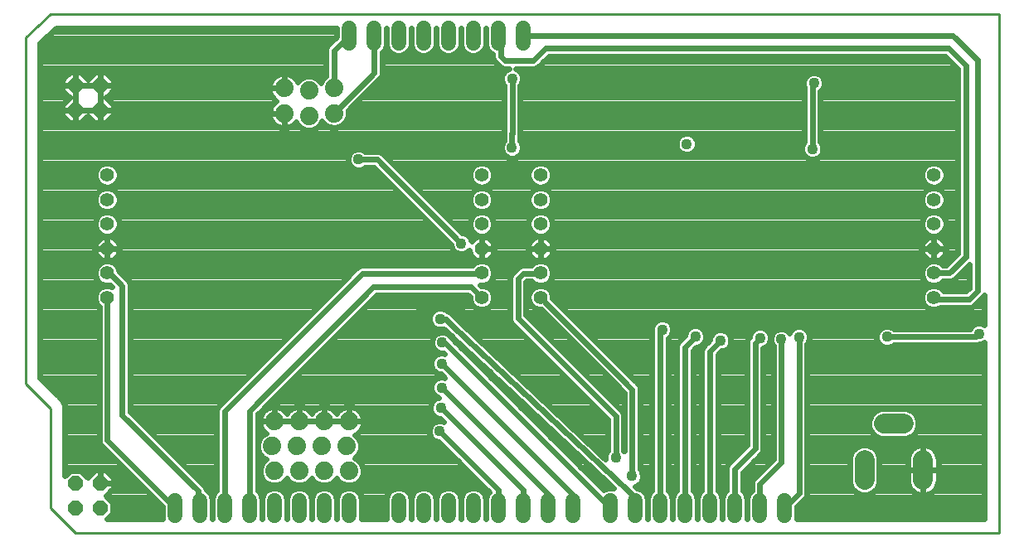
<source format=gbl>
G75*
%MOIN*%
%OFA0B0*%
%FSLAX25Y25*%
%IPPOS*%
%LPD*%
%AMOC8*
5,1,8,0,0,1.08239X$1,22.5*
%
%ADD10C,0.01000*%
%ADD11C,0.06000*%
%ADD12C,0.07874*%
%ADD13C,0.05543*%
%ADD14C,0.07400*%
%ADD15OC8,0.06000*%
%ADD16C,0.02400*%
%ADD17C,0.04362*%
%ADD18C,0.01600*%
%ADD19C,0.05600*%
D10*
X0023777Y0020657D02*
X0033777Y0010657D01*
X0404978Y0010657D01*
X0404978Y0219319D01*
X0023777Y0219319D01*
X0023748Y0219267D01*
X0013777Y0209968D01*
X0013777Y0070657D01*
X0023777Y0060657D01*
X0023777Y0020657D01*
D11*
X0073777Y0017657D02*
X0073777Y0023657D01*
X0083777Y0023657D02*
X0083777Y0017657D01*
X0093777Y0017657D02*
X0093777Y0023657D01*
X0103777Y0023657D02*
X0103777Y0017657D01*
X0113777Y0017657D02*
X0113777Y0023657D01*
X0123777Y0023657D02*
X0123777Y0017657D01*
X0133777Y0017657D02*
X0133777Y0023657D01*
X0143777Y0023657D02*
X0143777Y0017657D01*
X0163777Y0017657D02*
X0163777Y0023657D01*
X0173777Y0023657D02*
X0173777Y0017657D01*
X0183777Y0017657D02*
X0183777Y0023657D01*
X0193777Y0023657D02*
X0193777Y0017657D01*
X0203777Y0017657D02*
X0203777Y0023657D01*
X0213777Y0023657D02*
X0213777Y0017657D01*
X0223777Y0017657D02*
X0223777Y0023657D01*
X0233777Y0023657D02*
X0233777Y0017657D01*
X0248777Y0017657D02*
X0248777Y0023657D01*
X0258777Y0023657D02*
X0258777Y0017657D01*
X0268777Y0017657D02*
X0268777Y0023657D01*
X0278777Y0023657D02*
X0278777Y0017657D01*
X0288777Y0017657D02*
X0288777Y0023657D01*
X0298777Y0023657D02*
X0298777Y0017657D01*
X0308777Y0017657D02*
X0308777Y0023657D01*
X0318777Y0023657D02*
X0318777Y0017657D01*
X0213777Y0207657D02*
X0213777Y0213657D01*
X0203777Y0213657D02*
X0203777Y0207657D01*
X0193777Y0207657D02*
X0193777Y0213657D01*
X0183777Y0213657D02*
X0183777Y0207657D01*
X0173777Y0207657D02*
X0173777Y0213657D01*
X0163777Y0213657D02*
X0163777Y0207657D01*
X0153777Y0207657D02*
X0153777Y0213657D01*
X0143777Y0213657D02*
X0143777Y0207657D01*
D12*
X0358812Y0054519D02*
X0366686Y0054519D01*
X0374520Y0039834D02*
X0374520Y0031960D01*
X0350990Y0031980D02*
X0350990Y0039854D01*
D13*
X0378896Y0105258D03*
X0378896Y0115100D03*
X0378896Y0124943D03*
X0378896Y0134785D03*
X0378896Y0144628D03*
X0378896Y0154470D03*
X0220737Y0154470D03*
X0220737Y0144628D03*
X0220737Y0134785D03*
X0220737Y0124943D03*
X0220737Y0115100D03*
X0220737Y0105258D03*
X0197114Y0105258D03*
X0197114Y0115100D03*
X0197114Y0124943D03*
X0197114Y0134785D03*
X0197114Y0144628D03*
X0197114Y0154470D03*
X0046576Y0154470D03*
X0046576Y0144628D03*
X0046576Y0134785D03*
X0046576Y0124943D03*
X0046576Y0115100D03*
X0046576Y0105258D03*
D14*
X0113754Y0055457D03*
X0123754Y0055457D03*
X0133754Y0055457D03*
X0143754Y0055457D03*
X0142754Y0045457D03*
X0132754Y0045457D03*
X0122754Y0045457D03*
X0112754Y0045457D03*
X0113754Y0035457D03*
X0123754Y0035457D03*
X0133754Y0035457D03*
X0143754Y0035457D03*
X0127681Y0178378D03*
X0137681Y0179378D03*
X0137665Y0189415D03*
X0127665Y0188415D03*
X0117665Y0189415D03*
X0117681Y0179378D03*
D15*
X0043787Y0180654D03*
X0033787Y0180654D03*
X0033787Y0190654D03*
X0043787Y0190654D03*
X0043782Y0030656D03*
X0033782Y0030656D03*
X0033782Y0020656D03*
X0043782Y0020656D03*
D16*
X0048781Y0020251D02*
X0068777Y0020251D01*
X0068777Y0021132D02*
X0068777Y0016663D01*
X0068904Y0016357D01*
X0046554Y0016357D01*
X0048781Y0018585D01*
X0048781Y0022727D01*
X0045994Y0025515D01*
X0048981Y0028502D01*
X0048981Y0030656D01*
X0043782Y0030656D01*
X0043782Y0030656D01*
X0048981Y0030656D01*
X0048981Y0032810D01*
X0045935Y0035856D01*
X0043782Y0035856D01*
X0043782Y0030656D01*
X0043781Y0030656D01*
X0043781Y0035856D01*
X0041628Y0035856D01*
X0038640Y0032869D01*
X0035853Y0035656D01*
X0031710Y0035656D01*
X0029477Y0033423D01*
X0029477Y0061791D01*
X0028609Y0063886D01*
X0027006Y0065490D01*
X0027006Y0065490D01*
X0019477Y0073018D01*
X0019477Y0207490D01*
X0026049Y0213619D01*
X0138777Y0213619D01*
X0138777Y0210183D01*
X0134952Y0206358D01*
X0134465Y0205182D01*
X0134465Y0194259D01*
X0134436Y0194247D01*
X0132833Y0192644D01*
X0132442Y0191699D01*
X0130894Y0193247D01*
X0128799Y0194115D01*
X0126531Y0194115D01*
X0124436Y0193247D01*
X0123044Y0191854D01*
X0122711Y0192507D01*
X0122165Y0193258D01*
X0121509Y0193915D01*
X0120757Y0194461D01*
X0119930Y0194883D01*
X0119047Y0195170D01*
X0118130Y0195315D01*
X0117665Y0195315D01*
X0117201Y0195315D01*
X0116284Y0195170D01*
X0115400Y0194883D01*
X0114573Y0194461D01*
X0113822Y0193915D01*
X0113165Y0193258D01*
X0112619Y0192507D01*
X0112197Y0191680D01*
X0111910Y0190796D01*
X0111765Y0189879D01*
X0111765Y0189415D01*
X0117665Y0189415D01*
X0117665Y0195315D01*
X0117665Y0189415D01*
X0117665Y0189415D01*
X0117665Y0189415D01*
X0111765Y0189415D01*
X0111765Y0188950D01*
X0111910Y0188033D01*
X0112197Y0187150D01*
X0112619Y0186323D01*
X0113165Y0185571D01*
X0113822Y0184915D01*
X0114542Y0184391D01*
X0113837Y0183878D01*
X0113180Y0183222D01*
X0112635Y0182470D01*
X0112213Y0181643D01*
X0111926Y0180760D01*
X0111781Y0179842D01*
X0111781Y0179378D01*
X0111781Y0178914D01*
X0111926Y0177997D01*
X0112213Y0177113D01*
X0112635Y0176286D01*
X0113180Y0175535D01*
X0113837Y0174878D01*
X0114588Y0174332D01*
X0115416Y0173910D01*
X0116299Y0173623D01*
X0117216Y0173478D01*
X0117681Y0173478D01*
X0118145Y0173478D01*
X0119062Y0173623D01*
X0119946Y0173910D01*
X0120773Y0174332D01*
X0121524Y0174878D01*
X0122181Y0175535D01*
X0122504Y0175980D01*
X0122848Y0175149D01*
X0124452Y0173546D01*
X0126547Y0172678D01*
X0128815Y0172678D01*
X0130910Y0173546D01*
X0132513Y0175149D01*
X0132904Y0176094D01*
X0134452Y0174546D01*
X0136547Y0173678D01*
X0138815Y0173678D01*
X0140910Y0174546D01*
X0142513Y0176149D01*
X0143381Y0178244D01*
X0143381Y0180512D01*
X0143369Y0180541D01*
X0155590Y0192762D01*
X0156490Y0193662D01*
X0156977Y0194838D01*
X0156977Y0203786D01*
X0158016Y0204825D01*
X0158777Y0206663D01*
X0158777Y0213619D01*
X0158777Y0213619D01*
X0158777Y0206663D01*
X0159538Y0204825D01*
X0160945Y0203419D01*
X0162783Y0202657D01*
X0164772Y0202657D01*
X0166609Y0203419D01*
X0168016Y0204825D01*
X0168777Y0206663D01*
X0168777Y0213619D01*
X0168777Y0213619D01*
X0168777Y0206663D01*
X0169538Y0204825D01*
X0170945Y0203419D01*
X0172783Y0202657D01*
X0174772Y0202657D01*
X0176609Y0203419D01*
X0178016Y0204825D01*
X0178777Y0206663D01*
X0178777Y0213619D01*
X0178777Y0213619D01*
X0178777Y0206663D01*
X0179538Y0204825D01*
X0180945Y0203419D01*
X0182783Y0202657D01*
X0184772Y0202657D01*
X0186609Y0203419D01*
X0188016Y0204825D01*
X0188777Y0206663D01*
X0188777Y0213619D01*
X0188777Y0213619D01*
X0188777Y0206663D01*
X0189538Y0204825D01*
X0190945Y0203419D01*
X0192783Y0202657D01*
X0194772Y0202657D01*
X0196609Y0203419D01*
X0198016Y0204825D01*
X0198777Y0206663D01*
X0198777Y0213619D01*
X0198777Y0213619D01*
X0198777Y0206663D01*
X0199538Y0204825D01*
X0200945Y0203419D01*
X0201513Y0203183D01*
X0201513Y0201614D01*
X0202001Y0200438D01*
X0202901Y0199538D01*
X0204645Y0197793D01*
X0205821Y0197306D01*
X0207996Y0197306D01*
X0207036Y0196909D01*
X0205860Y0195732D01*
X0205223Y0194196D01*
X0205223Y0192532D01*
X0205860Y0190996D01*
X0206204Y0190651D01*
X0206204Y0172061D01*
X0206078Y0171755D01*
X0206078Y0168224D01*
X0205733Y0167880D01*
X0205097Y0166343D01*
X0205097Y0164680D01*
X0205733Y0163143D01*
X0206909Y0161967D01*
X0208446Y0161330D01*
X0210109Y0161330D01*
X0211646Y0161967D01*
X0212822Y0163143D01*
X0213459Y0164680D01*
X0213459Y0166343D01*
X0212822Y0167880D01*
X0212478Y0168224D01*
X0212478Y0170302D01*
X0212604Y0170608D01*
X0212604Y0190651D01*
X0212949Y0190996D01*
X0213586Y0192532D01*
X0213586Y0194196D01*
X0212949Y0195732D01*
X0211773Y0196909D01*
X0210813Y0197306D01*
X0218420Y0197306D01*
X0219596Y0197793D01*
X0220496Y0198693D01*
X0220496Y0198693D01*
X0224051Y0202249D01*
X0383464Y0202249D01*
X0388560Y0197152D01*
X0388560Y0123043D01*
X0383817Y0118300D01*
X0382444Y0118300D01*
X0381599Y0119145D01*
X0379845Y0119872D01*
X0377946Y0119872D01*
X0376193Y0119145D01*
X0374850Y0117803D01*
X0374124Y0116049D01*
X0374124Y0114151D01*
X0374850Y0112397D01*
X0376193Y0111055D01*
X0377946Y0110328D01*
X0379845Y0110328D01*
X0381599Y0111055D01*
X0382444Y0111900D01*
X0385779Y0111900D01*
X0386955Y0112387D01*
X0393207Y0118639D01*
X0393207Y0109085D01*
X0391887Y0107764D01*
X0383022Y0107764D01*
X0382941Y0107961D01*
X0381599Y0109303D01*
X0379845Y0110029D01*
X0377946Y0110029D01*
X0376193Y0109303D01*
X0374850Y0107961D01*
X0374124Y0106207D01*
X0374124Y0104308D01*
X0374850Y0102555D01*
X0376193Y0101212D01*
X0377946Y0100486D01*
X0379845Y0100486D01*
X0381599Y0101212D01*
X0381750Y0101364D01*
X0393849Y0101364D01*
X0395025Y0101851D01*
X0395925Y0102752D01*
X0399120Y0105946D01*
X0399278Y0106328D01*
X0399278Y0094374D01*
X0397952Y0094923D01*
X0396288Y0094923D01*
X0394752Y0094287D01*
X0393576Y0093110D01*
X0393398Y0092682D01*
X0362746Y0092682D01*
X0362402Y0093027D01*
X0360865Y0093663D01*
X0359202Y0093663D01*
X0357665Y0093027D01*
X0356489Y0091850D01*
X0355852Y0090314D01*
X0355852Y0088650D01*
X0356489Y0087114D01*
X0357665Y0085937D01*
X0359202Y0085301D01*
X0360865Y0085301D01*
X0362402Y0085937D01*
X0362746Y0086282D01*
X0396497Y0086282D01*
X0397170Y0086561D01*
X0397952Y0086561D01*
X0399278Y0087110D01*
X0399278Y0016357D01*
X0323651Y0016357D01*
X0323777Y0016663D01*
X0323777Y0021132D01*
X0327389Y0024744D01*
X0327876Y0025920D01*
X0327876Y0086603D01*
X0328221Y0086948D01*
X0328857Y0088485D01*
X0328857Y0090148D01*
X0328221Y0091685D01*
X0327045Y0092861D01*
X0325508Y0093497D01*
X0323844Y0093497D01*
X0322308Y0092861D01*
X0321132Y0091685D01*
X0320872Y0091057D01*
X0319908Y0092021D01*
X0318371Y0092657D01*
X0316708Y0092657D01*
X0315171Y0092021D01*
X0313995Y0090845D01*
X0313359Y0089308D01*
X0313359Y0087645D01*
X0313995Y0086108D01*
X0314340Y0085763D01*
X0314340Y0040264D01*
X0307120Y0033045D01*
X0306220Y0032145D01*
X0305733Y0030969D01*
X0305733Y0027684D01*
X0304538Y0026490D01*
X0303777Y0024652D01*
X0303016Y0026490D01*
X0301977Y0027528D01*
X0301977Y0034943D01*
X0309728Y0042693D01*
X0310215Y0043869D01*
X0310215Y0084956D01*
X0311421Y0085456D01*
X0312598Y0086632D01*
X0313234Y0088169D01*
X0313234Y0089832D01*
X0312598Y0091369D01*
X0311421Y0092545D01*
X0309885Y0093182D01*
X0308221Y0093182D01*
X0306685Y0092545D01*
X0305508Y0091369D01*
X0304872Y0089832D01*
X0304872Y0089345D01*
X0304302Y0088775D01*
X0303815Y0087599D01*
X0303815Y0045831D01*
X0296964Y0038981D01*
X0296064Y0038081D01*
X0295577Y0036905D01*
X0295577Y0027528D01*
X0294538Y0026490D01*
X0293777Y0024652D01*
X0293016Y0026490D01*
X0291977Y0027528D01*
X0291977Y0082260D01*
X0293465Y0083748D01*
X0293952Y0083748D01*
X0295489Y0084384D01*
X0296665Y0085560D01*
X0297302Y0087097D01*
X0297302Y0088760D01*
X0296665Y0090297D01*
X0295489Y0091473D01*
X0293952Y0092110D01*
X0292289Y0092110D01*
X0290752Y0091473D01*
X0289576Y0090297D01*
X0288940Y0088760D01*
X0288940Y0088273D01*
X0286964Y0086298D01*
X0286064Y0085398D01*
X0285577Y0084222D01*
X0285577Y0027528D01*
X0284538Y0026490D01*
X0283777Y0024652D01*
X0283016Y0026490D01*
X0281977Y0027528D01*
X0281977Y0084040D01*
X0283330Y0085393D01*
X0283817Y0085393D01*
X0285354Y0086030D01*
X0286530Y0087206D01*
X0287167Y0088743D01*
X0287167Y0090406D01*
X0286530Y0091943D01*
X0285354Y0093119D01*
X0283817Y0093756D01*
X0282154Y0093756D01*
X0280617Y0093119D01*
X0279441Y0091943D01*
X0278805Y0090406D01*
X0278805Y0089919D01*
X0276964Y0088079D01*
X0276064Y0087178D01*
X0275577Y0086002D01*
X0275577Y0027528D01*
X0274538Y0026490D01*
X0273777Y0024652D01*
X0273016Y0026490D01*
X0271977Y0027528D01*
X0271977Y0088779D01*
X0272112Y0088834D01*
X0273288Y0090011D01*
X0273925Y0091547D01*
X0273925Y0093211D01*
X0273288Y0094747D01*
X0272112Y0095924D01*
X0270575Y0096560D01*
X0268912Y0096560D01*
X0267375Y0095924D01*
X0266199Y0094747D01*
X0265562Y0093211D01*
X0265562Y0091547D01*
X0265577Y0091512D01*
X0265577Y0027528D01*
X0264538Y0026490D01*
X0263777Y0024652D01*
X0263016Y0026490D01*
X0261609Y0027896D01*
X0259772Y0028657D01*
X0259391Y0028657D01*
X0258675Y0029331D01*
X0259981Y0029872D01*
X0261158Y0031048D01*
X0261794Y0032585D01*
X0261794Y0034248D01*
X0261158Y0035785D01*
X0260813Y0036129D01*
X0260813Y0069018D01*
X0260326Y0070194D01*
X0225508Y0105011D01*
X0225508Y0106207D01*
X0224782Y0107961D01*
X0223440Y0109303D01*
X0221686Y0110029D01*
X0219787Y0110029D01*
X0218034Y0109303D01*
X0216691Y0107961D01*
X0215965Y0106207D01*
X0215965Y0104308D01*
X0216691Y0102555D01*
X0218034Y0101212D01*
X0219787Y0100486D01*
X0220983Y0100486D01*
X0254413Y0067056D01*
X0254413Y0043502D01*
X0254280Y0043635D01*
X0254280Y0058128D01*
X0253792Y0059304D01*
X0214926Y0098171D01*
X0214926Y0111573D01*
X0215143Y0111790D01*
X0217298Y0111790D01*
X0218034Y0111055D01*
X0219787Y0110328D01*
X0221686Y0110328D01*
X0223440Y0111055D01*
X0224782Y0112397D01*
X0225508Y0114151D01*
X0225508Y0116049D01*
X0224782Y0117803D01*
X0223440Y0119145D01*
X0221686Y0119872D01*
X0219787Y0119872D01*
X0218034Y0119145D01*
X0217079Y0118190D01*
X0213181Y0118190D01*
X0212005Y0117703D01*
X0211104Y0116803D01*
X0209013Y0114711D01*
X0208526Y0113535D01*
X0208526Y0096209D01*
X0209013Y0095033D01*
X0209913Y0094133D01*
X0247880Y0056166D01*
X0247880Y0043635D01*
X0247535Y0043290D01*
X0246898Y0041754D01*
X0246898Y0040407D01*
X0185739Y0097926D01*
X0185531Y0098429D01*
X0184631Y0099329D01*
X0183455Y0099816D01*
X0183134Y0099816D01*
X0182790Y0100161D01*
X0181253Y0100797D01*
X0179590Y0100797D01*
X0178053Y0100161D01*
X0176877Y0098984D01*
X0176240Y0097448D01*
X0176240Y0095784D01*
X0176877Y0094248D01*
X0178053Y0093071D01*
X0179590Y0092435D01*
X0181253Y0092435D01*
X0181936Y0092718D01*
X0250268Y0028452D01*
X0249772Y0028657D01*
X0247783Y0028657D01*
X0246029Y0027931D01*
X0185039Y0088921D01*
X0184797Y0089506D01*
X0183620Y0090682D01*
X0182084Y0091318D01*
X0180420Y0091318D01*
X0178884Y0090682D01*
X0177707Y0089506D01*
X0177071Y0087969D01*
X0177071Y0086306D01*
X0177707Y0084769D01*
X0178884Y0083593D01*
X0180420Y0082956D01*
X0181953Y0082956D01*
X0182252Y0082657D01*
X0181950Y0082782D01*
X0180287Y0082782D01*
X0178750Y0082145D01*
X0177574Y0080969D01*
X0176938Y0079432D01*
X0176938Y0077769D01*
X0177574Y0076232D01*
X0178750Y0075056D01*
X0180287Y0074420D01*
X0180774Y0074420D01*
X0182147Y0073047D01*
X0181882Y0073157D01*
X0180219Y0073157D01*
X0178682Y0072520D01*
X0177506Y0071344D01*
X0176869Y0069808D01*
X0176869Y0068144D01*
X0177506Y0066608D01*
X0178682Y0065431D01*
X0179666Y0065024D01*
X0178279Y0064449D01*
X0177103Y0063273D01*
X0176466Y0061736D01*
X0176466Y0060072D01*
X0177103Y0058536D01*
X0178279Y0057360D01*
X0179815Y0056723D01*
X0180303Y0056723D01*
X0181672Y0055354D01*
X0181076Y0055601D01*
X0179412Y0055601D01*
X0177875Y0054964D01*
X0176699Y0053788D01*
X0176063Y0052252D01*
X0176063Y0050588D01*
X0176699Y0049051D01*
X0177875Y0047875D01*
X0179412Y0047239D01*
X0179899Y0047239D01*
X0200093Y0027045D01*
X0199538Y0026490D01*
X0198777Y0024652D01*
X0198016Y0026490D01*
X0196609Y0027896D01*
X0194772Y0028657D01*
X0192783Y0028657D01*
X0190945Y0027896D01*
X0189538Y0026490D01*
X0188777Y0024652D01*
X0188016Y0026490D01*
X0186609Y0027896D01*
X0184772Y0028657D01*
X0182783Y0028657D01*
X0180945Y0027896D01*
X0179538Y0026490D01*
X0178777Y0024652D01*
X0178016Y0026490D01*
X0176609Y0027896D01*
X0174772Y0028657D01*
X0172783Y0028657D01*
X0170945Y0027896D01*
X0169538Y0026490D01*
X0168777Y0024652D01*
X0168016Y0026490D01*
X0166609Y0027896D01*
X0164772Y0028657D01*
X0162783Y0028657D01*
X0160945Y0027896D01*
X0159538Y0026490D01*
X0158777Y0024652D01*
X0158777Y0016663D01*
X0158904Y0016357D01*
X0148651Y0016357D01*
X0148777Y0016663D01*
X0148777Y0024652D01*
X0148016Y0026490D01*
X0146609Y0027896D01*
X0144772Y0028657D01*
X0142783Y0028657D01*
X0140945Y0027896D01*
X0139538Y0026490D01*
X0138777Y0024652D01*
X0138016Y0026490D01*
X0136609Y0027896D01*
X0134772Y0028657D01*
X0132783Y0028657D01*
X0130945Y0027896D01*
X0129538Y0026490D01*
X0128777Y0024652D01*
X0128016Y0026490D01*
X0126609Y0027896D01*
X0124772Y0028657D01*
X0122783Y0028657D01*
X0120945Y0027896D01*
X0119538Y0026490D01*
X0118777Y0024652D01*
X0118016Y0026490D01*
X0116609Y0027896D01*
X0114772Y0028657D01*
X0112783Y0028657D01*
X0110945Y0027896D01*
X0109538Y0026490D01*
X0108777Y0024652D01*
X0108016Y0026490D01*
X0106977Y0027528D01*
X0106977Y0058360D01*
X0154954Y0106337D01*
X0191510Y0106337D01*
X0192343Y0105504D01*
X0192343Y0104308D01*
X0193069Y0102555D01*
X0194411Y0101212D01*
X0196165Y0100486D01*
X0198063Y0100486D01*
X0199817Y0101212D01*
X0201159Y0102555D01*
X0201886Y0104308D01*
X0201886Y0106207D01*
X0201159Y0107961D01*
X0199817Y0109303D01*
X0198063Y0110029D01*
X0196868Y0110029D01*
X0196569Y0110328D01*
X0198063Y0110328D01*
X0199817Y0111055D01*
X0201159Y0112397D01*
X0201886Y0114151D01*
X0201886Y0116049D01*
X0201159Y0117803D01*
X0199817Y0119145D01*
X0198063Y0119872D01*
X0196165Y0119872D01*
X0194411Y0119145D01*
X0193496Y0118231D01*
X0148601Y0118231D01*
X0147425Y0117743D01*
X0146525Y0116843D01*
X0091064Y0061383D01*
X0090577Y0060207D01*
X0090577Y0027528D01*
X0089538Y0026490D01*
X0088777Y0024652D01*
X0088016Y0026490D01*
X0086609Y0027896D01*
X0086418Y0027975D01*
X0086418Y0028074D01*
X0085931Y0029250D01*
X0055793Y0059388D01*
X0055793Y0106616D01*
X0055816Y0106671D01*
X0055816Y0110588D01*
X0055328Y0111765D01*
X0051348Y0115745D01*
X0051348Y0116049D01*
X0050621Y0117803D01*
X0049279Y0119145D01*
X0047525Y0119872D01*
X0045627Y0119872D01*
X0043873Y0119145D01*
X0042531Y0117803D01*
X0041805Y0116049D01*
X0041805Y0114151D01*
X0042531Y0112397D01*
X0043873Y0111055D01*
X0045627Y0110328D01*
X0047525Y0110328D01*
X0047658Y0110384D01*
X0048357Y0109685D01*
X0047525Y0110029D01*
X0045627Y0110029D01*
X0043873Y0109303D01*
X0042531Y0107961D01*
X0041805Y0106207D01*
X0041805Y0104308D01*
X0042531Y0102555D01*
X0043376Y0101709D01*
X0043376Y0047222D01*
X0043863Y0046046D01*
X0044764Y0045146D01*
X0068777Y0021132D01*
X0067259Y0022650D02*
X0048781Y0022650D01*
X0046460Y0025048D02*
X0064861Y0025048D01*
X0062462Y0027447D02*
X0047926Y0027447D01*
X0048981Y0029845D02*
X0060064Y0029845D01*
X0057665Y0032244D02*
X0048981Y0032244D01*
X0047149Y0034643D02*
X0055267Y0034643D01*
X0052868Y0037041D02*
X0029477Y0037041D01*
X0029477Y0034643D02*
X0030697Y0034643D01*
X0036866Y0034643D02*
X0040414Y0034643D01*
X0043781Y0034643D02*
X0043782Y0034643D01*
X0043781Y0032244D02*
X0043782Y0032244D01*
X0050470Y0039440D02*
X0029477Y0039440D01*
X0029477Y0041838D02*
X0048071Y0041838D01*
X0045672Y0044237D02*
X0029477Y0044237D01*
X0029477Y0046635D02*
X0043619Y0046635D01*
X0043376Y0049034D02*
X0029477Y0049034D01*
X0029477Y0051432D02*
X0043376Y0051432D01*
X0043376Y0053831D02*
X0029477Y0053831D01*
X0029477Y0056229D02*
X0043376Y0056229D01*
X0043376Y0058628D02*
X0029477Y0058628D01*
X0029477Y0061026D02*
X0043376Y0061026D01*
X0043376Y0063425D02*
X0028801Y0063425D01*
X0026672Y0065823D02*
X0043376Y0065823D01*
X0043376Y0068222D02*
X0024274Y0068222D01*
X0021875Y0070620D02*
X0043376Y0070620D01*
X0043376Y0073019D02*
X0019477Y0073019D01*
X0019477Y0075417D02*
X0043376Y0075417D01*
X0043376Y0077816D02*
X0019477Y0077816D01*
X0019477Y0080214D02*
X0043376Y0080214D01*
X0043376Y0082613D02*
X0019477Y0082613D01*
X0019477Y0085011D02*
X0043376Y0085011D01*
X0043376Y0087410D02*
X0019477Y0087410D01*
X0019477Y0089808D02*
X0043376Y0089808D01*
X0043376Y0092207D02*
X0019477Y0092207D01*
X0019477Y0094605D02*
X0043376Y0094605D01*
X0043376Y0097004D02*
X0019477Y0097004D01*
X0019477Y0099402D02*
X0043376Y0099402D01*
X0043285Y0101801D02*
X0019477Y0101801D01*
X0019477Y0104199D02*
X0041850Y0104199D01*
X0041967Y0106598D02*
X0019477Y0106598D01*
X0019477Y0108996D02*
X0043567Y0108996D01*
X0043533Y0111395D02*
X0019477Y0111395D01*
X0019477Y0113793D02*
X0041953Y0113793D01*
X0041864Y0116192D02*
X0019477Y0116192D01*
X0019477Y0118590D02*
X0043318Y0118590D01*
X0043970Y0120691D02*
X0044668Y0120335D01*
X0045412Y0120093D01*
X0046185Y0119971D01*
X0046576Y0119971D01*
X0046576Y0124943D01*
X0046576Y0129914D01*
X0046185Y0129914D01*
X0045412Y0129792D01*
X0044668Y0129550D01*
X0043970Y0129195D01*
X0043337Y0128735D01*
X0042784Y0128181D01*
X0042324Y0127548D01*
X0041969Y0126851D01*
X0041727Y0126107D01*
X0041605Y0125334D01*
X0041605Y0124943D01*
X0046576Y0124943D01*
X0046576Y0124943D01*
X0046576Y0124943D01*
X0046576Y0129914D01*
X0046967Y0129914D01*
X0047740Y0129792D01*
X0048485Y0129550D01*
X0049182Y0129195D01*
X0049815Y0128735D01*
X0050368Y0128181D01*
X0050828Y0127548D01*
X0051184Y0126851D01*
X0051425Y0126107D01*
X0051548Y0125334D01*
X0051548Y0124943D01*
X0046576Y0124943D01*
X0046576Y0124943D01*
X0041605Y0124943D01*
X0041605Y0124551D01*
X0041727Y0123778D01*
X0041969Y0123034D01*
X0042324Y0122337D01*
X0042784Y0121704D01*
X0043337Y0121150D01*
X0043970Y0120691D01*
X0043560Y0120989D02*
X0019477Y0120989D01*
X0019477Y0123387D02*
X0041854Y0123387D01*
X0041676Y0125786D02*
X0019477Y0125786D01*
X0019477Y0128184D02*
X0042787Y0128184D01*
X0043873Y0130740D02*
X0045627Y0130014D01*
X0047525Y0130014D01*
X0049279Y0130740D01*
X0050621Y0132082D01*
X0051348Y0133836D01*
X0051348Y0135734D01*
X0050621Y0137488D01*
X0049279Y0138830D01*
X0047525Y0139557D01*
X0045627Y0139557D01*
X0043873Y0138830D01*
X0042531Y0137488D01*
X0041805Y0135734D01*
X0041805Y0133836D01*
X0042531Y0132082D01*
X0043873Y0130740D01*
X0044252Y0130583D02*
X0019477Y0130583D01*
X0019477Y0132981D02*
X0042158Y0132981D01*
X0041805Y0135380D02*
X0019477Y0135380D01*
X0019477Y0137779D02*
X0042821Y0137779D01*
X0043873Y0140582D02*
X0045627Y0139856D01*
X0047525Y0139856D01*
X0049279Y0140582D01*
X0050621Y0141925D01*
X0051348Y0143679D01*
X0051348Y0145577D01*
X0050621Y0147331D01*
X0049279Y0148673D01*
X0047525Y0149399D01*
X0045627Y0149399D01*
X0043873Y0148673D01*
X0042531Y0147331D01*
X0041805Y0145577D01*
X0041805Y0143679D01*
X0042531Y0141925D01*
X0043873Y0140582D01*
X0044852Y0140177D02*
X0019477Y0140177D01*
X0019477Y0142576D02*
X0042261Y0142576D01*
X0041805Y0144974D02*
X0019477Y0144974D01*
X0019477Y0147373D02*
X0042573Y0147373D01*
X0043873Y0150425D02*
X0045627Y0149699D01*
X0047525Y0149699D01*
X0049279Y0150425D01*
X0050621Y0151767D01*
X0051348Y0153521D01*
X0051348Y0155419D01*
X0050621Y0157173D01*
X0049279Y0158515D01*
X0047525Y0159242D01*
X0045627Y0159242D01*
X0043873Y0158515D01*
X0042531Y0157173D01*
X0041805Y0155419D01*
X0041805Y0153521D01*
X0042531Y0151767D01*
X0043873Y0150425D01*
X0045452Y0149771D02*
X0019477Y0149771D01*
X0019477Y0152170D02*
X0042364Y0152170D01*
X0041805Y0154568D02*
X0019477Y0154568D01*
X0019477Y0156967D02*
X0042445Y0156967D01*
X0050707Y0156967D02*
X0145890Y0156967D01*
X0145211Y0157248D02*
X0146748Y0156611D01*
X0148411Y0156611D01*
X0149948Y0157248D01*
X0150293Y0157592D01*
X0153761Y0157592D01*
X0184694Y0126660D01*
X0184694Y0126172D01*
X0185330Y0124636D01*
X0186507Y0123459D01*
X0188043Y0122823D01*
X0189707Y0122823D01*
X0191243Y0123459D01*
X0192169Y0124385D01*
X0192265Y0123778D01*
X0192507Y0123034D01*
X0192862Y0122337D01*
X0193322Y0121704D01*
X0193875Y0121150D01*
X0194508Y0120691D01*
X0195206Y0120335D01*
X0195950Y0120093D01*
X0196723Y0119971D01*
X0197114Y0119971D01*
X0197114Y0124943D01*
X0197114Y0129914D01*
X0196723Y0129914D01*
X0195950Y0129792D01*
X0195206Y0129550D01*
X0194508Y0129195D01*
X0193875Y0128735D01*
X0193322Y0128181D01*
X0193056Y0127815D01*
X0193056Y0127836D01*
X0192420Y0129372D01*
X0191243Y0130548D01*
X0189707Y0131185D01*
X0189219Y0131185D01*
X0157799Y0162605D01*
X0156899Y0163505D01*
X0155723Y0163992D01*
X0150293Y0163992D01*
X0149948Y0164337D01*
X0148411Y0164973D01*
X0146748Y0164973D01*
X0145211Y0164337D01*
X0144035Y0163161D01*
X0143399Y0161624D01*
X0143399Y0159961D01*
X0144035Y0158424D01*
X0145211Y0157248D01*
X0143645Y0159365D02*
X0019477Y0159365D01*
X0019477Y0161764D02*
X0143456Y0161764D01*
X0145037Y0164162D02*
X0019477Y0164162D01*
X0019477Y0166561D02*
X0205187Y0166561D01*
X0205311Y0164162D02*
X0150123Y0164162D01*
X0147580Y0160792D02*
X0155087Y0160792D01*
X0188875Y0127004D01*
X0184854Y0125786D02*
X0051476Y0125786D01*
X0051548Y0124943D02*
X0046576Y0124943D01*
X0046576Y0124943D01*
X0046576Y0119971D01*
X0046967Y0119971D01*
X0047740Y0120093D01*
X0048485Y0120335D01*
X0049182Y0120691D01*
X0049815Y0121150D01*
X0050368Y0121704D01*
X0050828Y0122337D01*
X0051184Y0123034D01*
X0051425Y0123778D01*
X0051548Y0124551D01*
X0051548Y0124943D01*
X0051298Y0123387D02*
X0186680Y0123387D01*
X0191070Y0123387D02*
X0192392Y0123387D01*
X0197114Y0123387D02*
X0197114Y0123387D01*
X0197114Y0124943D02*
X0197114Y0119971D01*
X0197505Y0119971D01*
X0198278Y0120093D01*
X0199023Y0120335D01*
X0199720Y0120691D01*
X0200353Y0121150D01*
X0200906Y0121704D01*
X0201366Y0122337D01*
X0201722Y0123034D01*
X0201963Y0123778D01*
X0202086Y0124551D01*
X0202086Y0124943D01*
X0202086Y0125334D01*
X0201963Y0126107D01*
X0201722Y0126851D01*
X0201366Y0127548D01*
X0200906Y0128181D01*
X0200353Y0128735D01*
X0199720Y0129195D01*
X0199023Y0129550D01*
X0198278Y0129792D01*
X0197505Y0129914D01*
X0197114Y0129914D01*
X0197114Y0124943D01*
X0197114Y0124943D01*
X0202086Y0124943D01*
X0197114Y0124943D01*
X0197114Y0124943D01*
X0197114Y0124943D01*
X0197114Y0125786D02*
X0197114Y0125786D01*
X0197114Y0128184D02*
X0197114Y0128184D01*
X0196165Y0130014D02*
X0198063Y0130014D01*
X0199817Y0130740D01*
X0201159Y0132082D01*
X0201886Y0133836D01*
X0201886Y0135734D01*
X0201159Y0137488D01*
X0199817Y0138830D01*
X0198063Y0139557D01*
X0196165Y0139557D01*
X0194411Y0138830D01*
X0193069Y0137488D01*
X0192343Y0135734D01*
X0192343Y0133836D01*
X0193069Y0132082D01*
X0194411Y0130740D01*
X0196165Y0130014D01*
X0194790Y0130583D02*
X0191160Y0130583D01*
X0192696Y0132981D02*
X0187423Y0132981D01*
X0185024Y0135380D02*
X0192343Y0135380D01*
X0193359Y0137779D02*
X0182626Y0137779D01*
X0180227Y0140177D02*
X0195390Y0140177D01*
X0196165Y0139856D02*
X0194411Y0140582D01*
X0193069Y0141925D01*
X0192343Y0143679D01*
X0192343Y0145577D01*
X0193069Y0147331D01*
X0194411Y0148673D01*
X0196165Y0149399D01*
X0198063Y0149399D01*
X0199817Y0148673D01*
X0201159Y0147331D01*
X0201886Y0145577D01*
X0201886Y0143679D01*
X0201159Y0141925D01*
X0199817Y0140582D01*
X0198063Y0139856D01*
X0196165Y0139856D01*
X0198838Y0140177D02*
X0219013Y0140177D01*
X0219787Y0139856D02*
X0221686Y0139856D01*
X0223440Y0140582D01*
X0224782Y0141925D01*
X0225508Y0143679D01*
X0225508Y0145577D01*
X0224782Y0147331D01*
X0223440Y0148673D01*
X0221686Y0149399D01*
X0219787Y0149399D01*
X0218034Y0148673D01*
X0216691Y0147331D01*
X0215965Y0145577D01*
X0215965Y0143679D01*
X0216691Y0141925D01*
X0218034Y0140582D01*
X0219787Y0139856D01*
X0219787Y0139557D02*
X0218034Y0138830D01*
X0216691Y0137488D01*
X0215965Y0135734D01*
X0215965Y0133836D01*
X0216691Y0132082D01*
X0218034Y0130740D01*
X0219787Y0130014D01*
X0221686Y0130014D01*
X0223440Y0130740D01*
X0224782Y0132082D01*
X0225508Y0133836D01*
X0225508Y0135734D01*
X0224782Y0137488D01*
X0223440Y0138830D01*
X0221686Y0139557D01*
X0219787Y0139557D01*
X0222461Y0140177D02*
X0377172Y0140177D01*
X0377946Y0139856D02*
X0379845Y0139856D01*
X0381599Y0140582D01*
X0382941Y0141925D01*
X0383667Y0143679D01*
X0383667Y0145577D01*
X0382941Y0147331D01*
X0381599Y0148673D01*
X0379845Y0149399D01*
X0377946Y0149399D01*
X0376193Y0148673D01*
X0374850Y0147331D01*
X0374124Y0145577D01*
X0374124Y0143679D01*
X0374850Y0141925D01*
X0376193Y0140582D01*
X0377946Y0139856D01*
X0377946Y0139557D02*
X0376193Y0138830D01*
X0374850Y0137488D01*
X0374124Y0135734D01*
X0374124Y0133836D01*
X0374850Y0132082D01*
X0376193Y0130740D01*
X0377946Y0130014D01*
X0379845Y0130014D01*
X0381599Y0130740D01*
X0382941Y0132082D01*
X0383667Y0133836D01*
X0383667Y0135734D01*
X0382941Y0137488D01*
X0381599Y0138830D01*
X0379845Y0139557D01*
X0377946Y0139557D01*
X0380620Y0140177D02*
X0388560Y0140177D01*
X0388560Y0137779D02*
X0382650Y0137779D01*
X0383667Y0135380D02*
X0388560Y0135380D01*
X0388560Y0132981D02*
X0383313Y0132981D01*
X0381220Y0130583D02*
X0388560Y0130583D01*
X0388560Y0128184D02*
X0382685Y0128184D01*
X0382688Y0128181D02*
X0382134Y0128735D01*
X0381501Y0129195D01*
X0380804Y0129550D01*
X0380060Y0129792D01*
X0379287Y0129914D01*
X0378896Y0129914D01*
X0378896Y0124943D01*
X0383867Y0124943D01*
X0383867Y0125334D01*
X0383745Y0126107D01*
X0383503Y0126851D01*
X0383148Y0127548D01*
X0382688Y0128181D01*
X0383796Y0125786D02*
X0388560Y0125786D01*
X0388560Y0123387D02*
X0383618Y0123387D01*
X0383503Y0123034D02*
X0383745Y0123778D01*
X0383867Y0124551D01*
X0383867Y0124943D01*
X0378896Y0124943D01*
X0378896Y0124943D01*
X0378896Y0124943D01*
X0378896Y0129914D01*
X0378504Y0129914D01*
X0377731Y0129792D01*
X0376987Y0129550D01*
X0376290Y0129195D01*
X0375657Y0128735D01*
X0375103Y0128181D01*
X0374643Y0127548D01*
X0374288Y0126851D01*
X0374046Y0126107D01*
X0373924Y0125334D01*
X0373924Y0124943D01*
X0378895Y0124943D01*
X0378895Y0124943D01*
X0373924Y0124943D01*
X0373924Y0124551D01*
X0374046Y0123778D01*
X0374288Y0123034D01*
X0374643Y0122337D01*
X0375103Y0121704D01*
X0375657Y0121150D01*
X0376290Y0120691D01*
X0376987Y0120335D01*
X0377731Y0120093D01*
X0378504Y0119971D01*
X0378896Y0119971D01*
X0379287Y0119971D01*
X0380060Y0120093D01*
X0380804Y0120335D01*
X0381501Y0120691D01*
X0382134Y0121150D01*
X0382688Y0121704D01*
X0383148Y0122337D01*
X0383503Y0123034D01*
X0381912Y0120989D02*
X0386506Y0120989D01*
X0384108Y0118590D02*
X0382153Y0118590D01*
X0378896Y0119971D02*
X0378896Y0124943D01*
X0378896Y0124943D01*
X0378896Y0119971D01*
X0378896Y0120989D02*
X0378896Y0120989D01*
X0375879Y0120989D02*
X0223753Y0120989D01*
X0223975Y0121150D02*
X0223342Y0120691D01*
X0222645Y0120335D01*
X0221901Y0120093D01*
X0221128Y0119971D01*
X0220737Y0119971D01*
X0220737Y0124943D01*
X0220737Y0124943D01*
X0220737Y0129914D01*
X0221128Y0129914D01*
X0221901Y0129792D01*
X0222645Y0129550D01*
X0223342Y0129195D01*
X0223975Y0128735D01*
X0224529Y0128181D01*
X0224989Y0127548D01*
X0225344Y0126851D01*
X0225586Y0126107D01*
X0225708Y0125334D01*
X0225708Y0124943D01*
X0220737Y0124943D01*
X0220737Y0124943D01*
X0220737Y0129914D01*
X0220345Y0129914D01*
X0219572Y0129792D01*
X0218828Y0129550D01*
X0218131Y0129195D01*
X0217498Y0128735D01*
X0216944Y0128181D01*
X0216485Y0127548D01*
X0216129Y0126851D01*
X0215887Y0126107D01*
X0215765Y0125334D01*
X0215765Y0124943D01*
X0220737Y0124943D01*
X0225708Y0124943D01*
X0225708Y0124551D01*
X0225586Y0123778D01*
X0225344Y0123034D01*
X0224989Y0122337D01*
X0224529Y0121704D01*
X0223975Y0121150D01*
X0225459Y0123387D02*
X0374173Y0123387D01*
X0373996Y0125786D02*
X0225637Y0125786D01*
X0224526Y0128184D02*
X0375106Y0128184D01*
X0376572Y0130583D02*
X0223061Y0130583D01*
X0225154Y0132981D02*
X0374478Y0132981D01*
X0374124Y0135380D02*
X0225508Y0135380D01*
X0224491Y0137779D02*
X0375141Y0137779D01*
X0374581Y0142576D02*
X0225051Y0142576D01*
X0225508Y0144974D02*
X0374124Y0144974D01*
X0374892Y0147373D02*
X0224740Y0147373D01*
X0223440Y0150425D02*
X0224782Y0151767D01*
X0225508Y0153521D01*
X0225508Y0155419D01*
X0224782Y0157173D01*
X0223440Y0158515D01*
X0221686Y0159242D01*
X0219787Y0159242D01*
X0218034Y0158515D01*
X0216691Y0157173D01*
X0215965Y0155419D01*
X0215965Y0153521D01*
X0216691Y0151767D01*
X0218034Y0150425D01*
X0219787Y0149699D01*
X0221686Y0149699D01*
X0223440Y0150425D01*
X0221861Y0149771D02*
X0377771Y0149771D01*
X0377946Y0149699D02*
X0379845Y0149699D01*
X0381599Y0150425D01*
X0382941Y0151767D01*
X0383667Y0153521D01*
X0383667Y0155419D01*
X0382941Y0157173D01*
X0381599Y0158515D01*
X0379845Y0159242D01*
X0377946Y0159242D01*
X0376193Y0158515D01*
X0374850Y0157173D01*
X0374124Y0155419D01*
X0374124Y0153521D01*
X0374850Y0151767D01*
X0376193Y0150425D01*
X0377946Y0149699D01*
X0380020Y0149771D02*
X0388560Y0149771D01*
X0388560Y0147373D02*
X0382899Y0147373D01*
X0383667Y0144974D02*
X0388560Y0144974D01*
X0388560Y0142576D02*
X0383210Y0142576D01*
X0383107Y0152170D02*
X0388560Y0152170D01*
X0388560Y0154568D02*
X0383667Y0154568D01*
X0383026Y0156967D02*
X0388560Y0156967D01*
X0388560Y0159365D02*
X0161039Y0159365D01*
X0158641Y0161764D02*
X0207400Y0161764D01*
X0211155Y0161764D02*
X0327454Y0161764D01*
X0327725Y0161492D02*
X0329262Y0160856D01*
X0330925Y0160856D01*
X0332462Y0161492D01*
X0333638Y0162668D01*
X0334275Y0164205D01*
X0334275Y0165868D01*
X0333638Y0167405D01*
X0333294Y0167750D01*
X0333294Y0188200D01*
X0334219Y0189125D01*
X0334855Y0190662D01*
X0334855Y0192325D01*
X0334219Y0193862D01*
X0333043Y0195038D01*
X0331506Y0195674D01*
X0329843Y0195674D01*
X0328306Y0195038D01*
X0327130Y0193862D01*
X0326493Y0192325D01*
X0326493Y0190662D01*
X0326894Y0189695D01*
X0326894Y0167750D01*
X0326549Y0167405D01*
X0325913Y0165868D01*
X0325913Y0164205D01*
X0326549Y0162668D01*
X0327725Y0161492D01*
X0325930Y0164162D02*
X0282577Y0164162D01*
X0283043Y0164628D02*
X0281867Y0163452D01*
X0280330Y0162815D01*
X0278667Y0162815D01*
X0277130Y0163452D01*
X0275954Y0164628D01*
X0275317Y0166165D01*
X0275317Y0167828D01*
X0275954Y0169365D01*
X0277130Y0170541D01*
X0278667Y0171178D01*
X0280330Y0171178D01*
X0281867Y0170541D01*
X0283043Y0169365D01*
X0283679Y0167828D01*
X0283679Y0166165D01*
X0283043Y0164628D01*
X0283679Y0166561D02*
X0326199Y0166561D01*
X0326894Y0168959D02*
X0283211Y0168959D01*
X0275786Y0168959D02*
X0212478Y0168959D01*
X0213369Y0166561D02*
X0275317Y0166561D01*
X0276420Y0164162D02*
X0213244Y0164162D01*
X0209278Y0165511D02*
X0209278Y0171118D01*
X0209404Y0171245D01*
X0209404Y0193364D01*
X0205698Y0195343D02*
X0156977Y0195343D01*
X0156977Y0197741D02*
X0204771Y0197741D01*
X0206458Y0200506D02*
X0204713Y0202251D01*
X0204713Y0209721D01*
X0203777Y0210657D01*
X0198777Y0209734D02*
X0198777Y0209734D01*
X0198777Y0212132D02*
X0198777Y0212132D01*
X0198777Y0207335D02*
X0198777Y0207335D01*
X0198062Y0204937D02*
X0199492Y0204937D01*
X0201513Y0202538D02*
X0156977Y0202538D01*
X0156977Y0200140D02*
X0202299Y0200140D01*
X0206458Y0200506D02*
X0217784Y0200506D01*
X0222726Y0205449D01*
X0384789Y0205449D01*
X0391760Y0198478D01*
X0391760Y0121717D01*
X0385143Y0115100D01*
X0378896Y0115100D01*
X0375638Y0118590D02*
X0223994Y0118590D01*
X0225449Y0116192D02*
X0374183Y0116192D01*
X0374272Y0113793D02*
X0225360Y0113793D01*
X0223780Y0111395D02*
X0375853Y0111395D01*
X0375886Y0108996D02*
X0223746Y0108996D01*
X0225346Y0106598D02*
X0374286Y0106598D01*
X0374169Y0104199D02*
X0226320Y0104199D01*
X0228719Y0101801D02*
X0375604Y0101801D01*
X0378896Y0105258D02*
X0379589Y0104564D01*
X0393212Y0104564D01*
X0396407Y0107759D01*
X0396407Y0200797D01*
X0386547Y0210657D01*
X0213777Y0210657D01*
X0221943Y0200140D02*
X0385573Y0200140D01*
X0387971Y0197741D02*
X0219471Y0197741D01*
X0213110Y0195343D02*
X0329042Y0195343D01*
X0332307Y0195343D02*
X0388560Y0195343D01*
X0388560Y0192944D02*
X0334599Y0192944D01*
X0334807Y0190546D02*
X0388560Y0190546D01*
X0388560Y0188147D02*
X0333294Y0188147D01*
X0333294Y0185749D02*
X0388560Y0185749D01*
X0388560Y0183350D02*
X0333294Y0183350D01*
X0333294Y0180952D02*
X0388560Y0180952D01*
X0388560Y0178553D02*
X0333294Y0178553D01*
X0333294Y0176155D02*
X0388560Y0176155D01*
X0388560Y0173756D02*
X0333294Y0173756D01*
X0333294Y0171358D02*
X0388560Y0171358D01*
X0388560Y0168959D02*
X0333294Y0168959D01*
X0333988Y0166561D02*
X0388560Y0166561D01*
X0388560Y0164162D02*
X0334257Y0164162D01*
X0332734Y0161764D02*
X0388560Y0161764D01*
X0374765Y0156967D02*
X0224867Y0156967D01*
X0225508Y0154568D02*
X0374124Y0154568D01*
X0374684Y0152170D02*
X0224948Y0152170D01*
X0219612Y0149771D02*
X0198238Y0149771D01*
X0198063Y0149699D02*
X0199817Y0150425D01*
X0201159Y0151767D01*
X0201886Y0153521D01*
X0201886Y0155419D01*
X0201159Y0157173D01*
X0199817Y0158515D01*
X0198063Y0159242D01*
X0196165Y0159242D01*
X0194411Y0158515D01*
X0193069Y0157173D01*
X0192343Y0155419D01*
X0192343Y0153521D01*
X0193069Y0151767D01*
X0194411Y0150425D01*
X0196165Y0149699D01*
X0198063Y0149699D01*
X0195990Y0149771D02*
X0170633Y0149771D01*
X0168235Y0152170D02*
X0192902Y0152170D01*
X0192343Y0154568D02*
X0165836Y0154568D01*
X0163438Y0156967D02*
X0192983Y0156967D01*
X0201245Y0156967D02*
X0216606Y0156967D01*
X0215965Y0154568D02*
X0201886Y0154568D01*
X0201326Y0152170D02*
X0216525Y0152170D01*
X0216733Y0147373D02*
X0201117Y0147373D01*
X0201886Y0144974D02*
X0215965Y0144974D01*
X0216422Y0142576D02*
X0201429Y0142576D01*
X0200869Y0137779D02*
X0216982Y0137779D01*
X0215965Y0135380D02*
X0201886Y0135380D01*
X0201532Y0132981D02*
X0216319Y0132981D01*
X0218413Y0130583D02*
X0199438Y0130583D01*
X0200903Y0128184D02*
X0216948Y0128184D01*
X0215837Y0125786D02*
X0202014Y0125786D01*
X0201836Y0123387D02*
X0216014Y0123387D01*
X0216129Y0123034D02*
X0215887Y0123778D01*
X0215765Y0124551D01*
X0215765Y0124943D01*
X0220737Y0124943D01*
X0220737Y0124943D01*
X0220737Y0124943D01*
X0220737Y0119971D01*
X0220345Y0119971D01*
X0219572Y0120093D01*
X0218828Y0120335D01*
X0218131Y0120691D01*
X0217498Y0121150D01*
X0216944Y0121704D01*
X0216485Y0122337D01*
X0216129Y0123034D01*
X0217720Y0120989D02*
X0200131Y0120989D01*
X0200372Y0118590D02*
X0217479Y0118590D01*
X0220737Y0120989D02*
X0220737Y0120989D01*
X0220737Y0123387D02*
X0220737Y0123387D01*
X0220737Y0125786D02*
X0220737Y0125786D01*
X0220737Y0128184D02*
X0220737Y0128184D01*
X0197114Y0120989D02*
X0197114Y0120989D01*
X0194098Y0120989D02*
X0049593Y0120989D01*
X0049834Y0118590D02*
X0193856Y0118590D01*
X0197114Y0115100D02*
X0197045Y0115031D01*
X0149238Y0115031D01*
X0093777Y0059570D01*
X0093777Y0020657D01*
X0088777Y0020251D02*
X0088777Y0020251D01*
X0088777Y0017853D02*
X0088777Y0017853D01*
X0088777Y0016663D02*
X0088777Y0024652D01*
X0088777Y0016663D01*
X0088651Y0016357D01*
X0088904Y0016357D01*
X0088777Y0016663D01*
X0088777Y0022650D02*
X0088777Y0022650D01*
X0088613Y0025048D02*
X0088941Y0025048D01*
X0083777Y0020657D02*
X0083218Y0021216D01*
X0083218Y0027437D01*
X0052593Y0058063D01*
X0052593Y0107285D01*
X0052616Y0107308D01*
X0052616Y0109952D01*
X0047467Y0115100D01*
X0046576Y0115100D01*
X0051289Y0116192D02*
X0145873Y0116192D01*
X0143475Y0113793D02*
X0053300Y0113793D01*
X0055481Y0111395D02*
X0141076Y0111395D01*
X0138678Y0108996D02*
X0055816Y0108996D01*
X0055793Y0106598D02*
X0136279Y0106598D01*
X0133881Y0104199D02*
X0055793Y0104199D01*
X0055793Y0101801D02*
X0131482Y0101801D01*
X0129084Y0099402D02*
X0055793Y0099402D01*
X0055793Y0097004D02*
X0126685Y0097004D01*
X0124287Y0094605D02*
X0055793Y0094605D01*
X0055793Y0092207D02*
X0121888Y0092207D01*
X0119490Y0089808D02*
X0055793Y0089808D01*
X0055793Y0087410D02*
X0117091Y0087410D01*
X0114693Y0085011D02*
X0055793Y0085011D01*
X0055793Y0082613D02*
X0112294Y0082613D01*
X0109896Y0080214D02*
X0055793Y0080214D01*
X0055793Y0077816D02*
X0107497Y0077816D01*
X0105099Y0075417D02*
X0055793Y0075417D01*
X0055793Y0073019D02*
X0102700Y0073019D01*
X0100302Y0070620D02*
X0055793Y0070620D01*
X0055793Y0068222D02*
X0097903Y0068222D01*
X0095505Y0065823D02*
X0055793Y0065823D01*
X0055793Y0063425D02*
X0093106Y0063425D01*
X0090917Y0061026D02*
X0055793Y0061026D01*
X0056553Y0058628D02*
X0090577Y0058628D01*
X0090577Y0056229D02*
X0058952Y0056229D01*
X0061350Y0053831D02*
X0090577Y0053831D01*
X0090577Y0051432D02*
X0063749Y0051432D01*
X0066147Y0049034D02*
X0090577Y0049034D01*
X0090577Y0046635D02*
X0068546Y0046635D01*
X0070944Y0044237D02*
X0090577Y0044237D01*
X0090577Y0041838D02*
X0073343Y0041838D01*
X0075741Y0039440D02*
X0090577Y0039440D01*
X0090577Y0037041D02*
X0078140Y0037041D01*
X0080538Y0034643D02*
X0090577Y0034643D01*
X0090577Y0032244D02*
X0082937Y0032244D01*
X0085335Y0029845D02*
X0090577Y0029845D01*
X0090496Y0027447D02*
X0087059Y0027447D01*
X0073777Y0020657D02*
X0046576Y0047858D01*
X0046576Y0105258D01*
X0046576Y0120989D02*
X0046576Y0120989D01*
X0046576Y0123387D02*
X0046576Y0123387D01*
X0046576Y0125786D02*
X0046576Y0125786D01*
X0046576Y0128184D02*
X0046576Y0128184D01*
X0048900Y0130583D02*
X0180770Y0130583D01*
X0178372Y0132981D02*
X0050994Y0132981D01*
X0051348Y0135380D02*
X0175973Y0135380D01*
X0173575Y0137779D02*
X0050331Y0137779D01*
X0048300Y0140177D02*
X0171176Y0140177D01*
X0168778Y0142576D02*
X0050891Y0142576D01*
X0051348Y0144974D02*
X0166379Y0144974D01*
X0163981Y0147373D02*
X0050579Y0147373D01*
X0047700Y0149771D02*
X0161582Y0149771D01*
X0159184Y0152170D02*
X0050788Y0152170D01*
X0051348Y0154568D02*
X0156785Y0154568D01*
X0154387Y0156967D02*
X0149269Y0156967D01*
X0137763Y0168108D02*
X0132096Y0168108D01*
X0132015Y0168189D01*
X0131120Y0173756D02*
X0136359Y0173756D01*
X0139003Y0173756D02*
X0206204Y0173756D01*
X0206204Y0176155D02*
X0142515Y0176155D01*
X0143381Y0178553D02*
X0206204Y0178553D01*
X0206204Y0180952D02*
X0143780Y0180952D01*
X0146178Y0183350D02*
X0206204Y0183350D01*
X0206204Y0185749D02*
X0148577Y0185749D01*
X0150975Y0188147D02*
X0206204Y0188147D01*
X0206204Y0190546D02*
X0153374Y0190546D01*
X0155772Y0192944D02*
X0205223Y0192944D01*
X0212604Y0190546D02*
X0326541Y0190546D01*
X0326750Y0192944D02*
X0213586Y0192944D01*
X0212604Y0188147D02*
X0326894Y0188147D01*
X0326894Y0185749D02*
X0212604Y0185749D01*
X0212604Y0183350D02*
X0326894Y0183350D01*
X0326894Y0180952D02*
X0212604Y0180952D01*
X0212604Y0178553D02*
X0326894Y0178553D01*
X0326894Y0176155D02*
X0212604Y0176155D01*
X0212604Y0173756D02*
X0326894Y0173756D01*
X0326894Y0171358D02*
X0212604Y0171358D01*
X0206078Y0171358D02*
X0019477Y0171358D01*
X0019477Y0173756D02*
X0115891Y0173756D01*
X0117681Y0173756D02*
X0117681Y0173756D01*
X0117681Y0173478D02*
X0117681Y0179378D01*
X0117681Y0179378D01*
X0117681Y0173478D01*
X0119471Y0173756D02*
X0124242Y0173756D01*
X0117681Y0176155D02*
X0117681Y0176155D01*
X0117681Y0178553D02*
X0117681Y0178553D01*
X0117681Y0179378D02*
X0111781Y0179378D01*
X0117681Y0179378D01*
X0117681Y0179378D01*
X0112730Y0176155D02*
X0046642Y0176155D01*
X0045941Y0175454D02*
X0043787Y0175454D01*
X0043787Y0180653D01*
X0043787Y0180653D01*
X0038587Y0180653D01*
X0033787Y0180653D01*
X0033787Y0180653D01*
X0033787Y0175454D01*
X0031633Y0175454D01*
X0028587Y0178500D01*
X0028587Y0180653D01*
X0033787Y0180653D01*
X0033787Y0180654D01*
X0033787Y0185454D01*
X0033787Y0190653D01*
X0033787Y0190653D01*
X0028587Y0190653D01*
X0028587Y0188500D01*
X0031433Y0185654D01*
X0028587Y0182807D01*
X0028587Y0180654D01*
X0033787Y0180654D01*
X0033787Y0180654D01*
X0033787Y0190653D01*
X0033787Y0190654D01*
X0033787Y0195854D01*
X0031633Y0195854D01*
X0028587Y0192807D01*
X0028587Y0190654D01*
X0033787Y0190654D01*
X0033787Y0190654D01*
X0033787Y0195854D01*
X0035941Y0195854D01*
X0038787Y0193007D01*
X0041633Y0195854D01*
X0043787Y0195854D01*
X0043787Y0190654D01*
X0043787Y0190654D01*
X0043787Y0190653D01*
X0043787Y0190653D01*
X0043787Y0185854D01*
X0043787Y0180654D01*
X0043787Y0180654D01*
X0043787Y0180653D01*
X0043787Y0175454D01*
X0041633Y0175454D01*
X0038787Y0178300D01*
X0035941Y0175454D01*
X0033787Y0175454D01*
X0033787Y0180653D01*
X0033787Y0180654D01*
X0043787Y0180654D01*
X0043787Y0190653D01*
X0038987Y0190653D01*
X0033787Y0190653D01*
X0033787Y0190654D01*
X0043787Y0190654D01*
X0043787Y0195854D01*
X0045941Y0195854D01*
X0048987Y0192807D01*
X0048987Y0190654D01*
X0043787Y0190654D01*
X0043787Y0190653D01*
X0048987Y0190653D01*
X0048987Y0188500D01*
X0046141Y0185654D01*
X0048987Y0182807D01*
X0048987Y0180654D01*
X0043787Y0180654D01*
X0043787Y0180653D01*
X0048987Y0180653D01*
X0048987Y0178500D01*
X0045941Y0175454D01*
X0043787Y0176155D02*
X0043787Y0176155D01*
X0043787Y0178553D02*
X0043787Y0178553D01*
X0043787Y0180952D02*
X0043787Y0180952D01*
X0043787Y0183350D02*
X0043787Y0183350D01*
X0043787Y0185749D02*
X0043787Y0185749D01*
X0043787Y0188147D02*
X0043787Y0188147D01*
X0043787Y0190546D02*
X0043787Y0190546D01*
X0043787Y0192944D02*
X0043787Y0192944D01*
X0043787Y0195343D02*
X0043787Y0195343D01*
X0041123Y0195343D02*
X0036452Y0195343D01*
X0033787Y0195343D02*
X0033787Y0195343D01*
X0033787Y0192944D02*
X0033787Y0192944D01*
X0033787Y0190546D02*
X0033787Y0190546D01*
X0033787Y0188147D02*
X0033787Y0188147D01*
X0033787Y0185749D02*
X0033787Y0185749D01*
X0033787Y0183350D02*
X0033787Y0183350D01*
X0033787Y0180952D02*
X0033787Y0180952D01*
X0033787Y0178553D02*
X0033787Y0178553D01*
X0033787Y0176155D02*
X0033787Y0176155D01*
X0030932Y0176155D02*
X0019477Y0176155D01*
X0019477Y0178553D02*
X0028587Y0178553D01*
X0028587Y0180952D02*
X0019477Y0180952D01*
X0019477Y0183350D02*
X0029130Y0183350D01*
X0031338Y0185749D02*
X0019477Y0185749D01*
X0019477Y0188147D02*
X0028940Y0188147D01*
X0028587Y0190546D02*
X0019477Y0190546D01*
X0019477Y0192944D02*
X0028724Y0192944D01*
X0031123Y0195343D02*
X0019477Y0195343D01*
X0019477Y0197741D02*
X0134465Y0197741D01*
X0134465Y0195343D02*
X0046452Y0195343D01*
X0048850Y0192944D02*
X0112937Y0192944D01*
X0111871Y0190546D02*
X0048987Y0190546D01*
X0048635Y0188147D02*
X0111892Y0188147D01*
X0113036Y0185749D02*
X0046236Y0185749D01*
X0048444Y0183350D02*
X0113309Y0183350D01*
X0111988Y0180952D02*
X0048987Y0180952D01*
X0048987Y0178553D02*
X0111838Y0178553D01*
X0117665Y0190546D02*
X0117665Y0190546D01*
X0117665Y0192944D02*
X0117665Y0192944D01*
X0122394Y0192944D02*
X0124134Y0192944D01*
X0131197Y0192944D02*
X0133134Y0192944D01*
X0137665Y0189415D02*
X0137665Y0204545D01*
X0143777Y0210657D01*
X0138777Y0212132D02*
X0024455Y0212132D01*
X0021883Y0209734D02*
X0138328Y0209734D01*
X0135930Y0207335D02*
X0019477Y0207335D01*
X0019477Y0204937D02*
X0134465Y0204937D01*
X0134465Y0202538D02*
X0019477Y0202538D01*
X0019477Y0200140D02*
X0134465Y0200140D01*
X0153777Y0195475D02*
X0153777Y0210657D01*
X0158777Y0209734D02*
X0158777Y0209734D01*
X0158777Y0212132D02*
X0158777Y0212132D01*
X0158777Y0207335D02*
X0158777Y0207335D01*
X0158062Y0204937D02*
X0159492Y0204937D01*
X0168062Y0204937D02*
X0169492Y0204937D01*
X0168777Y0207335D02*
X0168777Y0207335D01*
X0168777Y0209734D02*
X0168777Y0209734D01*
X0168777Y0212132D02*
X0168777Y0212132D01*
X0178777Y0212132D02*
X0178777Y0212132D01*
X0178777Y0209734D02*
X0178777Y0209734D01*
X0178777Y0207335D02*
X0178777Y0207335D01*
X0178062Y0204937D02*
X0179492Y0204937D01*
X0188062Y0204937D02*
X0189492Y0204937D01*
X0188777Y0207335D02*
X0188777Y0207335D01*
X0188777Y0209734D02*
X0188777Y0209734D01*
X0188777Y0212132D02*
X0188777Y0212132D01*
X0153777Y0195475D02*
X0137681Y0179378D01*
X0188208Y0166901D02*
X0192039Y0166901D01*
X0206078Y0168959D02*
X0019477Y0168959D01*
X0036642Y0176155D02*
X0040932Y0176155D01*
X0050365Y0128184D02*
X0183169Y0128184D01*
X0192912Y0128184D02*
X0193325Y0128184D01*
X0192799Y0142576D02*
X0177829Y0142576D01*
X0175430Y0144974D02*
X0192343Y0144974D01*
X0193111Y0147373D02*
X0173032Y0147373D01*
X0206449Y0157157D02*
X0211835Y0157157D01*
X0212579Y0157901D01*
X0276358Y0154776D02*
X0276552Y0152826D01*
X0305217Y0168867D02*
X0305497Y0169147D01*
X0310536Y0169147D01*
X0330094Y0165037D02*
X0330094Y0190913D01*
X0330674Y0191493D01*
X0354893Y0168701D02*
X0354893Y0166601D01*
X0330946Y0153219D02*
X0330907Y0153258D01*
X0329345Y0153258D01*
X0378896Y0128184D02*
X0378896Y0128184D01*
X0378896Y0125786D02*
X0378896Y0125786D01*
X0378896Y0123387D02*
X0378896Y0123387D01*
X0390760Y0116192D02*
X0393207Y0116192D01*
X0393158Y0118590D02*
X0393207Y0118590D01*
X0393207Y0113793D02*
X0388361Y0113793D01*
X0393207Y0111395D02*
X0381939Y0111395D01*
X0381905Y0108996D02*
X0393119Y0108996D01*
X0397373Y0104199D02*
X0399278Y0104199D01*
X0399278Y0101801D02*
X0394903Y0101801D01*
X0399278Y0099402D02*
X0231117Y0099402D01*
X0233516Y0097004D02*
X0399278Y0097004D01*
X0399278Y0094605D02*
X0398719Y0094605D01*
X0395521Y0094605D02*
X0273347Y0094605D01*
X0273925Y0092207D02*
X0279705Y0092207D01*
X0278694Y0089808D02*
X0273086Y0089808D01*
X0271977Y0087410D02*
X0276296Y0087410D01*
X0275577Y0085011D02*
X0271977Y0085011D01*
X0271977Y0082613D02*
X0275577Y0082613D01*
X0275577Y0080214D02*
X0271977Y0080214D01*
X0271977Y0077816D02*
X0275577Y0077816D01*
X0275577Y0075417D02*
X0271977Y0075417D01*
X0271977Y0073019D02*
X0275577Y0073019D01*
X0275577Y0070620D02*
X0271977Y0070620D01*
X0271977Y0068222D02*
X0275577Y0068222D01*
X0275577Y0065823D02*
X0271977Y0065823D01*
X0271977Y0063425D02*
X0275577Y0063425D01*
X0275577Y0061026D02*
X0271977Y0061026D01*
X0271977Y0058628D02*
X0275577Y0058628D01*
X0275577Y0056229D02*
X0271977Y0056229D01*
X0271977Y0053831D02*
X0275577Y0053831D01*
X0275577Y0051432D02*
X0271977Y0051432D01*
X0271977Y0049034D02*
X0275577Y0049034D01*
X0275577Y0046635D02*
X0271977Y0046635D01*
X0271977Y0044237D02*
X0275577Y0044237D01*
X0275577Y0041838D02*
X0271977Y0041838D01*
X0271977Y0039440D02*
X0275577Y0039440D01*
X0275577Y0037041D02*
X0271977Y0037041D01*
X0271977Y0034643D02*
X0275577Y0034643D01*
X0275577Y0032244D02*
X0271977Y0032244D01*
X0271977Y0029845D02*
X0275577Y0029845D01*
X0275496Y0027447D02*
X0272059Y0027447D01*
X0273613Y0025048D02*
X0273941Y0025048D01*
X0273777Y0024652D02*
X0273777Y0016663D01*
X0273777Y0024652D01*
X0273777Y0022650D02*
X0273777Y0022650D01*
X0273777Y0020251D02*
X0273777Y0020251D01*
X0273777Y0017853D02*
X0273777Y0017853D01*
X0273777Y0016663D02*
X0273651Y0016357D01*
X0273904Y0016357D01*
X0273777Y0016663D01*
X0268777Y0020657D02*
X0268777Y0091413D01*
X0269744Y0092379D01*
X0265562Y0092207D02*
X0238313Y0092207D01*
X0235914Y0094605D02*
X0266140Y0094605D01*
X0265577Y0089808D02*
X0240711Y0089808D01*
X0243110Y0087410D02*
X0265577Y0087410D01*
X0265577Y0085011D02*
X0245508Y0085011D01*
X0247907Y0082613D02*
X0265577Y0082613D01*
X0265577Y0080214D02*
X0250305Y0080214D01*
X0252704Y0077816D02*
X0265577Y0077816D01*
X0265577Y0075417D02*
X0255103Y0075417D01*
X0257501Y0073019D02*
X0265577Y0073019D01*
X0265577Y0070620D02*
X0259900Y0070620D01*
X0260813Y0068222D02*
X0265577Y0068222D01*
X0265577Y0065823D02*
X0260813Y0065823D01*
X0260813Y0063425D02*
X0265577Y0063425D01*
X0265577Y0061026D02*
X0260813Y0061026D01*
X0260813Y0058628D02*
X0265577Y0058628D01*
X0265577Y0056229D02*
X0260813Y0056229D01*
X0260813Y0053831D02*
X0265577Y0053831D01*
X0265577Y0051432D02*
X0260813Y0051432D01*
X0260813Y0049034D02*
X0265577Y0049034D01*
X0265577Y0046635D02*
X0260813Y0046635D01*
X0260813Y0044237D02*
X0265577Y0044237D01*
X0265577Y0041838D02*
X0260813Y0041838D01*
X0260813Y0039440D02*
X0265577Y0039440D01*
X0265577Y0037041D02*
X0260813Y0037041D01*
X0261631Y0034643D02*
X0265577Y0034643D01*
X0265577Y0032244D02*
X0261653Y0032244D01*
X0259918Y0029845D02*
X0265577Y0029845D01*
X0265496Y0027447D02*
X0262059Y0027447D01*
X0263613Y0025048D02*
X0263941Y0025048D01*
X0263777Y0024652D02*
X0263777Y0016663D01*
X0263777Y0024652D01*
X0263777Y0022650D02*
X0263777Y0022650D01*
X0263777Y0020251D02*
X0263777Y0020251D01*
X0263777Y0017853D02*
X0263777Y0017853D01*
X0263777Y0016663D02*
X0263651Y0016357D01*
X0263904Y0016357D01*
X0263777Y0016663D01*
X0258777Y0020657D02*
X0258777Y0024847D01*
X0258772Y0024847D01*
X0182462Y0096616D01*
X0180421Y0096616D01*
X0182462Y0096616D02*
X0182819Y0096616D01*
X0184454Y0099402D02*
X0208526Y0099402D01*
X0208526Y0097004D02*
X0186720Y0097004D01*
X0189271Y0094605D02*
X0209440Y0094605D01*
X0209913Y0094133D02*
X0209913Y0094133D01*
X0211839Y0092207D02*
X0191821Y0092207D01*
X0194371Y0089808D02*
X0214237Y0089808D01*
X0216636Y0087410D02*
X0196921Y0087410D01*
X0199472Y0085011D02*
X0219034Y0085011D01*
X0221433Y0082613D02*
X0202022Y0082613D01*
X0204572Y0080214D02*
X0223831Y0080214D01*
X0226230Y0077816D02*
X0207122Y0077816D01*
X0209673Y0075417D02*
X0228629Y0075417D01*
X0231027Y0073019D02*
X0212223Y0073019D01*
X0214773Y0070620D02*
X0233426Y0070620D01*
X0235824Y0068222D02*
X0217324Y0068222D01*
X0219874Y0065823D02*
X0238223Y0065823D01*
X0240621Y0063425D02*
X0222424Y0063425D01*
X0224974Y0061026D02*
X0243020Y0061026D01*
X0245418Y0058628D02*
X0227525Y0058628D01*
X0230075Y0056229D02*
X0247817Y0056229D01*
X0247880Y0053831D02*
X0232625Y0053831D01*
X0235175Y0051432D02*
X0247880Y0051432D01*
X0247880Y0049034D02*
X0237726Y0049034D01*
X0240276Y0046635D02*
X0247880Y0046635D01*
X0247880Y0044237D02*
X0242826Y0044237D01*
X0245377Y0041838D02*
X0246933Y0041838D01*
X0251080Y0040922D02*
X0251080Y0057492D01*
X0211726Y0096846D01*
X0211726Y0112899D01*
X0213817Y0114990D01*
X0220627Y0114990D01*
X0220737Y0115100D01*
X0217694Y0111395D02*
X0214926Y0111395D01*
X0214926Y0108996D02*
X0217727Y0108996D01*
X0216127Y0106598D02*
X0214926Y0106598D01*
X0214926Y0104199D02*
X0216010Y0104199D01*
X0214926Y0101801D02*
X0217445Y0101801D01*
X0214926Y0099402D02*
X0222066Y0099402D01*
X0224465Y0097004D02*
X0216093Y0097004D01*
X0218491Y0094605D02*
X0226863Y0094605D01*
X0229262Y0092207D02*
X0220890Y0092207D01*
X0223288Y0089808D02*
X0231660Y0089808D01*
X0234059Y0087410D02*
X0225687Y0087410D01*
X0228085Y0085011D02*
X0236458Y0085011D01*
X0238856Y0082613D02*
X0230484Y0082613D01*
X0232882Y0080214D02*
X0241255Y0080214D01*
X0243653Y0077816D02*
X0235281Y0077816D01*
X0237679Y0075417D02*
X0246052Y0075417D01*
X0248450Y0073019D02*
X0240078Y0073019D01*
X0242477Y0070620D02*
X0250849Y0070620D01*
X0253247Y0068222D02*
X0244875Y0068222D01*
X0247274Y0065823D02*
X0254413Y0065823D01*
X0254413Y0063425D02*
X0249672Y0063425D01*
X0252071Y0061026D02*
X0254413Y0061026D01*
X0254413Y0058628D02*
X0254073Y0058628D01*
X0254280Y0056229D02*
X0254413Y0056229D01*
X0254413Y0053831D02*
X0254280Y0053831D01*
X0254280Y0051432D02*
X0254413Y0051432D01*
X0254413Y0049034D02*
X0254280Y0049034D01*
X0254280Y0046635D02*
X0254413Y0046635D01*
X0254413Y0044237D02*
X0254280Y0044237D01*
X0241135Y0037041D02*
X0236919Y0037041D01*
X0238585Y0039440D02*
X0234520Y0039440D01*
X0236035Y0041838D02*
X0232122Y0041838D01*
X0233485Y0044237D02*
X0229723Y0044237D01*
X0230934Y0046635D02*
X0227325Y0046635D01*
X0228384Y0049034D02*
X0224926Y0049034D01*
X0225834Y0051432D02*
X0222528Y0051432D01*
X0223284Y0053831D02*
X0220129Y0053831D01*
X0220733Y0056229D02*
X0217731Y0056229D01*
X0218183Y0058628D02*
X0215332Y0058628D01*
X0215633Y0061026D02*
X0212934Y0061026D01*
X0213082Y0063425D02*
X0210535Y0063425D01*
X0210532Y0065823D02*
X0208137Y0065823D01*
X0207982Y0068222D02*
X0205738Y0068222D01*
X0205432Y0070620D02*
X0203340Y0070620D01*
X0202881Y0073019D02*
X0200941Y0073019D01*
X0200331Y0075417D02*
X0198543Y0075417D01*
X0197781Y0077816D02*
X0196144Y0077816D01*
X0195231Y0080214D02*
X0193746Y0080214D01*
X0192680Y0082613D02*
X0191347Y0082613D01*
X0190130Y0085011D02*
X0188949Y0085011D01*
X0187580Y0087410D02*
X0186550Y0087410D01*
X0185029Y0089808D02*
X0184494Y0089808D01*
X0182479Y0092207D02*
X0140824Y0092207D01*
X0138426Y0089808D02*
X0178010Y0089808D01*
X0177071Y0087410D02*
X0136027Y0087410D01*
X0133629Y0085011D02*
X0177607Y0085011D01*
X0179879Y0082613D02*
X0131230Y0082613D01*
X0128832Y0080214D02*
X0177261Y0080214D01*
X0176938Y0077816D02*
X0126433Y0077816D01*
X0124035Y0075417D02*
X0178389Y0075417D01*
X0181119Y0078601D02*
X0233777Y0025942D01*
X0233777Y0020657D01*
X0223777Y0020657D02*
X0223777Y0026249D01*
X0181050Y0068976D01*
X0177206Y0070620D02*
X0119238Y0070620D01*
X0121636Y0073019D02*
X0179885Y0073019D01*
X0176869Y0068222D02*
X0116839Y0068222D01*
X0114441Y0065823D02*
X0178290Y0065823D01*
X0177255Y0063425D02*
X0112042Y0063425D01*
X0112372Y0061212D02*
X0111489Y0060925D01*
X0110662Y0060504D01*
X0109910Y0059958D01*
X0109254Y0059301D01*
X0108708Y0058550D01*
X0108286Y0057722D01*
X0107999Y0056839D01*
X0107854Y0055922D01*
X0107854Y0055457D01*
X0107854Y0054993D01*
X0107999Y0054076D01*
X0108286Y0053193D01*
X0108708Y0052365D01*
X0109254Y0051614D01*
X0109910Y0050957D01*
X0110356Y0050634D01*
X0109525Y0050290D01*
X0107922Y0048686D01*
X0107054Y0046591D01*
X0107054Y0044324D01*
X0107922Y0042229D01*
X0109525Y0040625D01*
X0110470Y0040234D01*
X0108922Y0038686D01*
X0108054Y0036591D01*
X0108054Y0034324D01*
X0108922Y0032229D01*
X0110525Y0030625D01*
X0112620Y0029757D01*
X0114888Y0029757D01*
X0116983Y0030625D01*
X0118586Y0032229D01*
X0118754Y0032634D01*
X0118922Y0032229D01*
X0120525Y0030625D01*
X0122620Y0029757D01*
X0124888Y0029757D01*
X0126983Y0030625D01*
X0128586Y0032229D01*
X0128754Y0032634D01*
X0128922Y0032229D01*
X0130525Y0030625D01*
X0132620Y0029757D01*
X0134888Y0029757D01*
X0136983Y0030625D01*
X0138586Y0032229D01*
X0138754Y0032634D01*
X0138922Y0032229D01*
X0140525Y0030625D01*
X0142620Y0029757D01*
X0144888Y0029757D01*
X0146983Y0030625D01*
X0148586Y0032229D01*
X0149454Y0034324D01*
X0149454Y0036591D01*
X0148586Y0038686D01*
X0146983Y0040290D01*
X0146038Y0040681D01*
X0147586Y0042229D01*
X0148454Y0044324D01*
X0148454Y0046591D01*
X0147586Y0048686D01*
X0146194Y0050079D01*
X0146846Y0050411D01*
X0147598Y0050957D01*
X0148254Y0051614D01*
X0148800Y0052365D01*
X0149222Y0053193D01*
X0149509Y0054076D01*
X0149654Y0054993D01*
X0149654Y0055457D01*
X0143754Y0055457D01*
X0133754Y0055457D01*
X0129654Y0055457D01*
X0123754Y0055457D01*
X0113754Y0055457D01*
X0107854Y0055457D01*
X0113754Y0055457D01*
X0113754Y0055457D01*
X0113754Y0055457D01*
X0117854Y0055457D01*
X0123754Y0055457D01*
X0123754Y0055457D01*
X0123754Y0055457D01*
X0133754Y0055457D01*
X0133754Y0055457D01*
X0133754Y0055457D01*
X0137854Y0055457D01*
X0143754Y0055457D01*
X0143754Y0055457D01*
X0143754Y0055457D01*
X0149654Y0055457D01*
X0149654Y0055922D01*
X0149509Y0056839D01*
X0149222Y0057722D01*
X0148800Y0058550D01*
X0148254Y0059301D01*
X0147598Y0059958D01*
X0146846Y0060504D01*
X0146019Y0060925D01*
X0145136Y0061212D01*
X0144218Y0061357D01*
X0143754Y0061357D01*
X0143290Y0061357D01*
X0142372Y0061212D01*
X0141489Y0060925D01*
X0140662Y0060504D01*
X0139910Y0059958D01*
X0139254Y0059301D01*
X0138754Y0058613D01*
X0138254Y0059301D01*
X0137598Y0059958D01*
X0136846Y0060504D01*
X0136019Y0060925D01*
X0135136Y0061212D01*
X0134218Y0061357D01*
X0133754Y0061357D01*
X0133290Y0061357D01*
X0132372Y0061212D01*
X0131489Y0060925D01*
X0130662Y0060504D01*
X0129910Y0059958D01*
X0129254Y0059301D01*
X0128754Y0058613D01*
X0128254Y0059301D01*
X0127598Y0059958D01*
X0126846Y0060504D01*
X0126019Y0060925D01*
X0125136Y0061212D01*
X0124218Y0061357D01*
X0123754Y0061357D01*
X0123290Y0061357D01*
X0122372Y0061212D01*
X0121489Y0060925D01*
X0120662Y0060504D01*
X0119910Y0059958D01*
X0119254Y0059301D01*
X0118754Y0058613D01*
X0118254Y0059301D01*
X0117598Y0059958D01*
X0116846Y0060504D01*
X0116019Y0060925D01*
X0115136Y0061212D01*
X0114218Y0061357D01*
X0113754Y0061357D01*
X0113290Y0061357D01*
X0112372Y0061212D01*
X0111800Y0061026D02*
X0109644Y0061026D01*
X0108765Y0058628D02*
X0107245Y0058628D01*
X0106977Y0056229D02*
X0107903Y0056229D01*
X0108079Y0053831D02*
X0106977Y0053831D01*
X0106977Y0051432D02*
X0109435Y0051432D01*
X0108269Y0049034D02*
X0106977Y0049034D01*
X0106977Y0046635D02*
X0107072Y0046635D01*
X0107090Y0044237D02*
X0106977Y0044237D01*
X0106977Y0041838D02*
X0108312Y0041838D01*
X0106977Y0039440D02*
X0109675Y0039440D01*
X0108240Y0037041D02*
X0106977Y0037041D01*
X0106977Y0034643D02*
X0108054Y0034643D01*
X0108915Y0032244D02*
X0106977Y0032244D01*
X0106977Y0029845D02*
X0112408Y0029845D01*
X0115101Y0029845D02*
X0122408Y0029845D01*
X0125101Y0029845D02*
X0132408Y0029845D01*
X0135101Y0029845D02*
X0142408Y0029845D01*
X0145101Y0029845D02*
X0197293Y0029845D01*
X0197059Y0027447D02*
X0199691Y0027447D01*
X0203777Y0027887D02*
X0203777Y0020657D01*
X0198777Y0020251D02*
X0198777Y0020251D01*
X0198777Y0017853D02*
X0198777Y0017853D01*
X0198777Y0016663D02*
X0198777Y0024652D01*
X0198777Y0016663D01*
X0198651Y0016357D01*
X0198904Y0016357D01*
X0198777Y0016663D01*
X0198777Y0022650D02*
X0198777Y0022650D01*
X0198613Y0025048D02*
X0198941Y0025048D01*
X0193777Y0020657D02*
X0193488Y0020946D01*
X0188777Y0020251D02*
X0188777Y0020251D01*
X0188777Y0017853D02*
X0188777Y0017853D01*
X0188777Y0016663D02*
X0188777Y0024652D01*
X0188777Y0016663D01*
X0188651Y0016357D01*
X0188904Y0016357D01*
X0188777Y0016663D01*
X0188777Y0022650D02*
X0188777Y0022650D01*
X0188613Y0025048D02*
X0188941Y0025048D01*
X0190496Y0027447D02*
X0187059Y0027447D01*
X0180496Y0027447D02*
X0177059Y0027447D01*
X0178613Y0025048D02*
X0178941Y0025048D01*
X0178777Y0024652D02*
X0178777Y0016663D01*
X0178777Y0024652D01*
X0178777Y0022650D02*
X0178777Y0022650D01*
X0178777Y0020251D02*
X0178777Y0020251D01*
X0178777Y0017853D02*
X0178777Y0017853D01*
X0178777Y0016663D02*
X0178651Y0016357D01*
X0178904Y0016357D01*
X0178777Y0016663D01*
X0168904Y0016357D02*
X0168651Y0016357D01*
X0168777Y0016663D01*
X0168777Y0024652D01*
X0168777Y0016663D01*
X0168904Y0016357D01*
X0168777Y0017853D02*
X0168777Y0017853D01*
X0168777Y0020251D02*
X0168777Y0020251D01*
X0168777Y0022650D02*
X0168777Y0022650D01*
X0168613Y0025048D02*
X0168941Y0025048D01*
X0170496Y0027447D02*
X0167059Y0027447D01*
X0160496Y0027447D02*
X0147059Y0027447D01*
X0148613Y0025048D02*
X0158941Y0025048D01*
X0158777Y0022650D02*
X0148777Y0022650D01*
X0148777Y0020251D02*
X0158777Y0020251D01*
X0158777Y0017853D02*
X0148777Y0017853D01*
X0138904Y0016357D02*
X0138651Y0016357D01*
X0138777Y0016663D01*
X0138777Y0024652D01*
X0138777Y0016663D01*
X0138904Y0016357D01*
X0138777Y0017853D02*
X0138777Y0017853D01*
X0138777Y0020251D02*
X0138777Y0020251D01*
X0138777Y0022650D02*
X0138777Y0022650D01*
X0138613Y0025048D02*
X0138941Y0025048D01*
X0140496Y0027447D02*
X0137059Y0027447D01*
X0130496Y0027447D02*
X0127059Y0027447D01*
X0128613Y0025048D02*
X0128941Y0025048D01*
X0128777Y0024652D02*
X0128777Y0016663D01*
X0128777Y0024652D01*
X0128777Y0022650D02*
X0128777Y0022650D01*
X0128777Y0020251D02*
X0128777Y0020251D01*
X0128777Y0017853D02*
X0128777Y0017853D01*
X0128777Y0016663D02*
X0128651Y0016357D01*
X0128904Y0016357D01*
X0128777Y0016663D01*
X0118904Y0016357D02*
X0118651Y0016357D01*
X0118777Y0016663D01*
X0118777Y0024652D01*
X0118777Y0016663D01*
X0118904Y0016357D01*
X0118777Y0017853D02*
X0118777Y0017853D01*
X0118777Y0020251D02*
X0118777Y0020251D01*
X0118777Y0022650D02*
X0118777Y0022650D01*
X0118613Y0025048D02*
X0118941Y0025048D01*
X0120496Y0027447D02*
X0117059Y0027447D01*
X0118593Y0032244D02*
X0118915Y0032244D01*
X0128593Y0032244D02*
X0128915Y0032244D01*
X0138593Y0032244D02*
X0138915Y0032244D01*
X0148593Y0032244D02*
X0194894Y0032244D01*
X0192496Y0034643D02*
X0149454Y0034643D01*
X0149268Y0037041D02*
X0190097Y0037041D01*
X0187699Y0039440D02*
X0147833Y0039440D01*
X0147196Y0041838D02*
X0185300Y0041838D01*
X0182902Y0044237D02*
X0148418Y0044237D01*
X0148436Y0046635D02*
X0180503Y0046635D01*
X0176717Y0049034D02*
X0147239Y0049034D01*
X0148073Y0051432D02*
X0176063Y0051432D01*
X0176742Y0053831D02*
X0149429Y0053831D01*
X0149605Y0056229D02*
X0180797Y0056229D01*
X0177064Y0058628D02*
X0148744Y0058628D01*
X0145708Y0061026D02*
X0176466Y0061026D01*
X0180647Y0060904D02*
X0213777Y0027774D01*
X0213777Y0020657D01*
X0203777Y0027887D02*
X0180244Y0051420D01*
X0143754Y0055458D02*
X0143754Y0055458D01*
X0143754Y0061357D01*
X0143754Y0055458D01*
X0143754Y0056229D02*
X0143754Y0056229D01*
X0143754Y0058628D02*
X0143754Y0058628D01*
X0143754Y0061026D02*
X0143754Y0061026D01*
X0141800Y0061026D02*
X0135708Y0061026D01*
X0133754Y0061026D02*
X0133754Y0061026D01*
X0133754Y0061357D02*
X0133754Y0055458D01*
X0133754Y0055458D01*
X0133754Y0061357D01*
X0131800Y0061026D02*
X0125708Y0061026D01*
X0123754Y0061026D02*
X0123754Y0061026D01*
X0123754Y0061357D02*
X0123754Y0055458D01*
X0123754Y0055458D01*
X0123754Y0061357D01*
X0121800Y0061026D02*
X0115708Y0061026D01*
X0113754Y0061026D02*
X0113754Y0061026D01*
X0113754Y0061357D02*
X0113754Y0055458D01*
X0113754Y0055458D01*
X0113754Y0061357D01*
X0113754Y0058628D02*
X0113754Y0058628D01*
X0113754Y0056229D02*
X0113754Y0056229D01*
X0118744Y0058628D02*
X0118765Y0058628D01*
X0123754Y0058628D02*
X0123754Y0058628D01*
X0123754Y0056229D02*
X0123754Y0056229D01*
X0128744Y0058628D02*
X0128765Y0058628D01*
X0133754Y0058628D02*
X0133754Y0058628D01*
X0133754Y0056229D02*
X0133754Y0056229D01*
X0138744Y0058628D02*
X0138765Y0058628D01*
X0103777Y0059685D02*
X0153629Y0109537D01*
X0192835Y0109537D01*
X0197114Y0105258D01*
X0200124Y0108996D02*
X0208526Y0108996D01*
X0208526Y0106598D02*
X0201724Y0106598D01*
X0201841Y0104199D02*
X0208526Y0104199D01*
X0208526Y0101801D02*
X0200406Y0101801D01*
X0193823Y0101801D02*
X0150418Y0101801D01*
X0148020Y0099402D02*
X0177295Y0099402D01*
X0176240Y0097004D02*
X0145621Y0097004D01*
X0143223Y0094605D02*
X0176729Y0094605D01*
X0172669Y0102117D02*
X0171155Y0101667D01*
X0188494Y0101004D01*
X0192388Y0104199D02*
X0152817Y0104199D01*
X0181252Y0087137D02*
X0182297Y0087137D01*
X0248777Y0020657D01*
X0248786Y0029845D02*
X0244114Y0029845D01*
X0246236Y0032244D02*
X0241716Y0032244D01*
X0243686Y0034643D02*
X0239317Y0034643D01*
X0257613Y0033416D02*
X0257613Y0068381D01*
X0220737Y0105258D01*
X0208526Y0111395D02*
X0200157Y0111395D01*
X0201738Y0113793D02*
X0208633Y0113793D01*
X0210493Y0116192D02*
X0201827Y0116192D01*
X0254133Y0097771D02*
X0254470Y0098107D01*
X0258333Y0098107D01*
X0278777Y0085366D02*
X0278777Y0020657D01*
X0283613Y0025048D02*
X0283941Y0025048D01*
X0283777Y0024652D02*
X0283777Y0016663D01*
X0283777Y0024652D01*
X0283777Y0022650D02*
X0283777Y0022650D01*
X0283777Y0020251D02*
X0283777Y0020251D01*
X0283777Y0017853D02*
X0283777Y0017853D01*
X0283777Y0016663D02*
X0283651Y0016357D01*
X0283904Y0016357D01*
X0283777Y0016663D01*
X0288777Y0020657D02*
X0288777Y0083585D01*
X0293121Y0087929D01*
X0296116Y0085011D02*
X0303815Y0085011D01*
X0303815Y0082613D02*
X0292330Y0082613D01*
X0291977Y0080214D02*
X0303815Y0080214D01*
X0303815Y0077816D02*
X0291977Y0077816D01*
X0291977Y0075417D02*
X0303815Y0075417D01*
X0303815Y0073019D02*
X0291977Y0073019D01*
X0291977Y0070620D02*
X0303815Y0070620D01*
X0303815Y0068222D02*
X0291977Y0068222D01*
X0291977Y0065823D02*
X0303815Y0065823D01*
X0303815Y0063425D02*
X0291977Y0063425D01*
X0291977Y0061026D02*
X0303815Y0061026D01*
X0303815Y0058628D02*
X0291977Y0058628D01*
X0291977Y0056229D02*
X0303815Y0056229D01*
X0303815Y0053831D02*
X0291977Y0053831D01*
X0291977Y0051432D02*
X0303815Y0051432D01*
X0303815Y0049034D02*
X0291977Y0049034D01*
X0291977Y0046635D02*
X0303815Y0046635D01*
X0302220Y0044237D02*
X0291977Y0044237D01*
X0291977Y0041838D02*
X0299821Y0041838D01*
X0297423Y0039440D02*
X0291977Y0039440D01*
X0291977Y0037041D02*
X0295634Y0037041D01*
X0295577Y0034643D02*
X0291977Y0034643D01*
X0291977Y0032244D02*
X0295577Y0032244D01*
X0295577Y0029845D02*
X0291977Y0029845D01*
X0292059Y0027447D02*
X0295496Y0027447D01*
X0293941Y0025048D02*
X0293613Y0025048D01*
X0293777Y0024652D02*
X0293777Y0016663D01*
X0293651Y0016357D01*
X0293904Y0016357D01*
X0293777Y0016663D01*
X0293777Y0024652D01*
X0293777Y0022650D02*
X0293777Y0022650D01*
X0293777Y0020251D02*
X0293777Y0020251D01*
X0293777Y0017853D02*
X0293777Y0017853D01*
X0298777Y0020657D02*
X0298777Y0036268D01*
X0307015Y0044506D01*
X0307015Y0086962D01*
X0309053Y0089001D01*
X0312920Y0087410D02*
X0313456Y0087410D01*
X0313566Y0089808D02*
X0313234Y0089808D01*
X0311760Y0092207D02*
X0315620Y0092207D01*
X0319459Y0092207D02*
X0321654Y0092207D01*
X0324676Y0089316D02*
X0324676Y0026556D01*
X0318777Y0020657D01*
X0323777Y0020251D02*
X0399278Y0020251D01*
X0399278Y0017853D02*
X0323777Y0017853D01*
X0325295Y0022650D02*
X0399278Y0022650D01*
X0399278Y0025048D02*
X0327515Y0025048D01*
X0327876Y0027447D02*
X0347127Y0027447D01*
X0347627Y0026947D02*
X0349809Y0026043D01*
X0352171Y0026043D01*
X0354353Y0026947D01*
X0356023Y0028617D01*
X0356927Y0030799D01*
X0356927Y0041035D01*
X0356023Y0043217D01*
X0354353Y0044887D01*
X0352171Y0045791D01*
X0349809Y0045791D01*
X0347627Y0044887D01*
X0345957Y0043217D01*
X0345053Y0041035D01*
X0345053Y0030799D01*
X0345957Y0028617D01*
X0347627Y0026947D01*
X0345448Y0029845D02*
X0327876Y0029845D01*
X0327876Y0032244D02*
X0345053Y0032244D01*
X0345053Y0034643D02*
X0327876Y0034643D01*
X0327876Y0037041D02*
X0345053Y0037041D01*
X0345053Y0039440D02*
X0327876Y0039440D01*
X0327876Y0041838D02*
X0345385Y0041838D01*
X0346976Y0044237D02*
X0327876Y0044237D01*
X0327876Y0046635D02*
X0399278Y0046635D01*
X0399278Y0044237D02*
X0378797Y0044237D01*
X0378518Y0044515D02*
X0377737Y0045083D01*
X0376876Y0045521D01*
X0375957Y0045820D01*
X0375003Y0045971D01*
X0374520Y0045971D01*
X0374037Y0045971D01*
X0373083Y0045820D01*
X0372165Y0045521D01*
X0371304Y0045083D01*
X0370522Y0044515D01*
X0369839Y0043832D01*
X0369272Y0043051D01*
X0368833Y0042190D01*
X0368534Y0041271D01*
X0368383Y0040317D01*
X0368383Y0035897D01*
X0368383Y0031477D01*
X0368534Y0030523D01*
X0368833Y0029604D01*
X0369272Y0028744D01*
X0369839Y0027962D01*
X0370522Y0027279D01*
X0371304Y0026711D01*
X0372165Y0026273D01*
X0373083Y0025974D01*
X0374037Y0025823D01*
X0374520Y0025823D01*
X0374520Y0035897D01*
X0368383Y0035897D01*
X0374520Y0035897D01*
X0374520Y0035897D01*
X0374520Y0035897D01*
X0374520Y0045971D01*
X0374520Y0035897D01*
X0374520Y0035897D01*
X0374520Y0025823D01*
X0375003Y0025823D01*
X0375957Y0025974D01*
X0376876Y0026273D01*
X0377737Y0026711D01*
X0378518Y0027279D01*
X0379201Y0027962D01*
X0379769Y0028744D01*
X0380208Y0029604D01*
X0380506Y0030523D01*
X0380657Y0031477D01*
X0380657Y0035897D01*
X0374521Y0035897D01*
X0374521Y0035897D01*
X0380657Y0035897D01*
X0380657Y0040317D01*
X0380506Y0041271D01*
X0380208Y0042190D01*
X0379769Y0043051D01*
X0379201Y0043832D01*
X0378518Y0044515D01*
X0380322Y0041838D02*
X0399278Y0041838D01*
X0399278Y0039440D02*
X0380657Y0039440D01*
X0380657Y0037041D02*
X0399278Y0037041D01*
X0399278Y0034643D02*
X0380657Y0034643D01*
X0380657Y0032244D02*
X0399278Y0032244D01*
X0399278Y0029845D02*
X0380286Y0029845D01*
X0378686Y0027447D02*
X0399278Y0027447D01*
X0374520Y0027447D02*
X0374520Y0027447D01*
X0374520Y0029845D02*
X0374520Y0029845D01*
X0374520Y0032244D02*
X0374520Y0032244D01*
X0374520Y0034643D02*
X0374520Y0034643D01*
X0374520Y0037041D02*
X0374520Y0037041D01*
X0374520Y0039440D02*
X0374520Y0039440D01*
X0374520Y0041838D02*
X0374520Y0041838D01*
X0374520Y0044237D02*
X0374520Y0044237D01*
X0370244Y0044237D02*
X0355004Y0044237D01*
X0356594Y0041838D02*
X0368719Y0041838D01*
X0368383Y0039440D02*
X0356927Y0039440D01*
X0356927Y0037041D02*
X0368383Y0037041D01*
X0368383Y0034643D02*
X0356927Y0034643D01*
X0356927Y0032244D02*
X0368383Y0032244D01*
X0368755Y0029845D02*
X0356532Y0029845D01*
X0354853Y0027447D02*
X0370354Y0027447D01*
X0367867Y0048582D02*
X0357631Y0048582D01*
X0355449Y0049485D01*
X0353779Y0051156D01*
X0352875Y0053338D01*
X0352875Y0055700D01*
X0353779Y0057882D01*
X0355449Y0059552D01*
X0357631Y0060456D01*
X0367867Y0060456D01*
X0370049Y0059552D01*
X0371719Y0057882D01*
X0372623Y0055700D01*
X0372623Y0053338D01*
X0371719Y0051156D01*
X0370049Y0049485D01*
X0367867Y0048582D01*
X0368958Y0049034D02*
X0399278Y0049034D01*
X0399278Y0051432D02*
X0371834Y0051432D01*
X0372623Y0053831D02*
X0399278Y0053831D01*
X0399278Y0056229D02*
X0372403Y0056229D01*
X0370973Y0058628D02*
X0399278Y0058628D01*
X0399278Y0061026D02*
X0327876Y0061026D01*
X0327876Y0058628D02*
X0354525Y0058628D01*
X0353094Y0056229D02*
X0327876Y0056229D01*
X0327876Y0053831D02*
X0352875Y0053831D01*
X0353664Y0051432D02*
X0327876Y0051432D01*
X0327876Y0049034D02*
X0356540Y0049034D01*
X0327876Y0063425D02*
X0399278Y0063425D01*
X0399278Y0065823D02*
X0327876Y0065823D01*
X0327876Y0068222D02*
X0399278Y0068222D01*
X0399278Y0070620D02*
X0327876Y0070620D01*
X0327876Y0073019D02*
X0399278Y0073019D01*
X0399278Y0075417D02*
X0327876Y0075417D01*
X0327876Y0077816D02*
X0399278Y0077816D01*
X0399278Y0080214D02*
X0327876Y0080214D01*
X0327876Y0082613D02*
X0399278Y0082613D01*
X0399278Y0085011D02*
X0327876Y0085011D01*
X0328412Y0087410D02*
X0356366Y0087410D01*
X0355852Y0089808D02*
X0328857Y0089808D01*
X0327699Y0092207D02*
X0356845Y0092207D01*
X0360033Y0089482D02*
X0395860Y0089482D01*
X0397120Y0090742D01*
X0359473Y0097198D02*
X0359270Y0097633D01*
X0359270Y0097995D01*
X0317540Y0088476D02*
X0317540Y0038939D01*
X0308933Y0030332D01*
X0308933Y0020813D01*
X0308777Y0020657D01*
X0303777Y0020251D02*
X0303777Y0020251D01*
X0303777Y0017853D02*
X0303777Y0017853D01*
X0303777Y0016663D02*
X0303777Y0024652D01*
X0303777Y0016663D01*
X0303651Y0016357D01*
X0303904Y0016357D01*
X0303777Y0016663D01*
X0303777Y0022650D02*
X0303777Y0022650D01*
X0303613Y0025048D02*
X0303941Y0025048D01*
X0305496Y0027447D02*
X0302059Y0027447D01*
X0301977Y0029845D02*
X0305733Y0029845D01*
X0306320Y0032244D02*
X0301977Y0032244D01*
X0301977Y0034643D02*
X0308718Y0034643D01*
X0311117Y0037041D02*
X0304075Y0037041D01*
X0306474Y0039440D02*
X0313515Y0039440D01*
X0314340Y0041838D02*
X0308872Y0041838D01*
X0310215Y0044237D02*
X0314340Y0044237D01*
X0314340Y0046635D02*
X0310215Y0046635D01*
X0310215Y0049034D02*
X0314340Y0049034D01*
X0314340Y0051432D02*
X0310215Y0051432D01*
X0310215Y0053831D02*
X0314340Y0053831D01*
X0314340Y0056229D02*
X0310215Y0056229D01*
X0310215Y0058628D02*
X0314340Y0058628D01*
X0314340Y0061026D02*
X0310215Y0061026D01*
X0310215Y0063425D02*
X0314340Y0063425D01*
X0314340Y0065823D02*
X0310215Y0065823D01*
X0310215Y0068222D02*
X0314340Y0068222D01*
X0314340Y0070620D02*
X0310215Y0070620D01*
X0310215Y0073019D02*
X0314340Y0073019D01*
X0314340Y0075417D02*
X0310215Y0075417D01*
X0310215Y0077816D02*
X0314340Y0077816D01*
X0314340Y0080214D02*
X0310215Y0080214D01*
X0310215Y0082613D02*
X0314340Y0082613D01*
X0314340Y0085011D02*
X0310348Y0085011D01*
X0303815Y0087410D02*
X0297302Y0087410D01*
X0296868Y0089808D02*
X0304872Y0089808D01*
X0306346Y0092207D02*
X0286266Y0092207D01*
X0287167Y0089808D02*
X0289374Y0089808D01*
X0288076Y0087410D02*
X0286615Y0087410D01*
X0285904Y0085011D02*
X0282948Y0085011D01*
X0281977Y0082613D02*
X0285577Y0082613D01*
X0285577Y0080214D02*
X0281977Y0080214D01*
X0281977Y0077816D02*
X0285577Y0077816D01*
X0285577Y0075417D02*
X0281977Y0075417D01*
X0281977Y0073019D02*
X0285577Y0073019D01*
X0285577Y0070620D02*
X0281977Y0070620D01*
X0281977Y0068222D02*
X0285577Y0068222D01*
X0285577Y0065823D02*
X0281977Y0065823D01*
X0281977Y0063425D02*
X0285577Y0063425D01*
X0285577Y0061026D02*
X0281977Y0061026D01*
X0281977Y0058628D02*
X0285577Y0058628D01*
X0285577Y0056229D02*
X0281977Y0056229D01*
X0281977Y0053831D02*
X0285577Y0053831D01*
X0285577Y0051432D02*
X0281977Y0051432D01*
X0281977Y0049034D02*
X0285577Y0049034D01*
X0285577Y0046635D02*
X0281977Y0046635D01*
X0281977Y0044237D02*
X0285577Y0044237D01*
X0285577Y0041838D02*
X0281977Y0041838D01*
X0281977Y0039440D02*
X0285577Y0039440D01*
X0285577Y0037041D02*
X0281977Y0037041D01*
X0281977Y0034643D02*
X0285577Y0034643D01*
X0285577Y0032244D02*
X0281977Y0032244D01*
X0281977Y0029845D02*
X0285577Y0029845D01*
X0285496Y0027447D02*
X0282059Y0027447D01*
X0278777Y0085366D02*
X0282986Y0089574D01*
X0110496Y0027447D02*
X0107059Y0027447D01*
X0108613Y0025048D02*
X0108941Y0025048D01*
X0108777Y0024652D02*
X0108777Y0016663D01*
X0108777Y0024652D01*
X0108777Y0022650D02*
X0108777Y0022650D01*
X0108777Y0020251D02*
X0108777Y0020251D01*
X0108777Y0017853D02*
X0108777Y0017853D01*
X0108777Y0016663D02*
X0108651Y0016357D01*
X0108904Y0016357D01*
X0108777Y0016663D01*
X0103777Y0020657D02*
X0103777Y0059685D01*
X0068777Y0017853D02*
X0048049Y0017853D01*
D17*
X0180244Y0051420D03*
X0180647Y0060904D03*
X0181050Y0068976D03*
X0181119Y0078601D03*
X0181252Y0087137D03*
X0180421Y0096616D03*
X0188494Y0101004D03*
X0188875Y0127004D03*
X0140110Y0141870D03*
X0147580Y0160792D03*
X0132015Y0168189D03*
X0188208Y0166901D03*
X0209278Y0165511D03*
X0209404Y0193364D03*
X0279498Y0166996D03*
X0276552Y0152826D03*
X0310536Y0169147D03*
X0330094Y0165037D03*
X0329345Y0153258D03*
X0354893Y0168701D03*
X0330674Y0191493D03*
X0359270Y0097995D03*
X0360033Y0089482D03*
X0324676Y0089316D03*
X0317540Y0088476D03*
X0309053Y0089001D03*
X0293121Y0087929D03*
X0282986Y0089574D03*
X0269744Y0092379D03*
X0258333Y0098107D03*
X0251080Y0040922D03*
X0257613Y0033416D03*
X0193488Y0020946D03*
X0075644Y0095726D03*
X0397120Y0090742D03*
D18*
X0140110Y0141870D02*
X0140029Y0141951D01*
X0137925Y0141951D01*
D19*
X0075644Y0095726D02*
X0067287Y0095726D01*
X0066218Y0094657D01*
M02*

</source>
